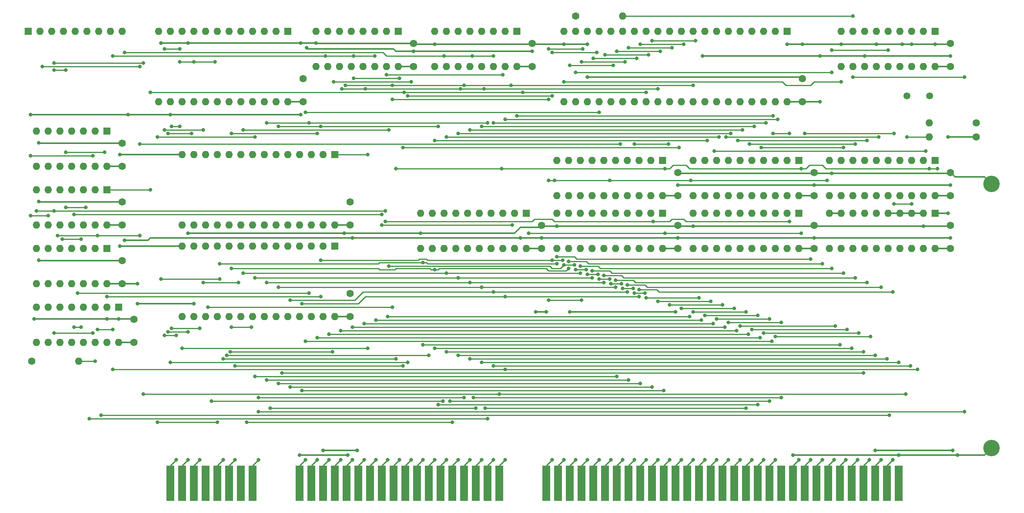
<source format=gbr>
G04 #@! TF.GenerationSoftware,KiCad,Pcbnew,(5.1.8)-1*
G04 #@! TF.CreationDate,2021-12-28T18:56:34-07:00*
G04 #@! TF.ProjectId,8086,38303836-2e6b-4696-9361-645f70636258,rev?*
G04 #@! TF.SameCoordinates,Original*
G04 #@! TF.FileFunction,Copper,L1,Top*
G04 #@! TF.FilePolarity,Positive*
%FSLAX46Y46*%
G04 Gerber Fmt 4.6, Leading zero omitted, Abs format (unit mm)*
G04 Created by KiCad (PCBNEW (5.1.8)-1) date 2021-12-28 18:56:34*
%MOMM*%
%LPD*%
G01*
G04 APERTURE LIST*
G04 #@! TA.AperFunction,ComponentPad*
%ADD10O,1.600000X1.600000*%
G04 #@! TD*
G04 #@! TA.AperFunction,ComponentPad*
%ADD11R,1.600000X1.600000*%
G04 #@! TD*
G04 #@! TA.AperFunction,ComponentPad*
%ADD12C,1.600000*%
G04 #@! TD*
G04 #@! TA.AperFunction,ConnectorPad*
%ADD13R,1.780000X7.620000*%
G04 #@! TD*
G04 #@! TA.AperFunction,ComponentPad*
%ADD14C,1.500000*%
G04 #@! TD*
G04 #@! TA.AperFunction,ComponentPad*
%ADD15C,3.556000*%
G04 #@! TD*
G04 #@! TA.AperFunction,ViaPad*
%ADD16C,0.800000*%
G04 #@! TD*
G04 #@! TA.AperFunction,Conductor*
%ADD17C,0.330200*%
G04 #@! TD*
G04 #@! TA.AperFunction,Conductor*
%ADD18C,0.250000*%
G04 #@! TD*
G04 APERTURE END LIST*
D10*
G04 #@! TO.P,RN1,9*
G04 #@! TO.N,/PU_257*
X54602380Y-37058600D03*
G04 #@! TO.P,RN1,8*
G04 #@! TO.N,/PU257*
X52062380Y-37058600D03*
G04 #@! TO.P,RN1,7*
G04 #@! TO.N,/IOCS16*
X49522380Y-37058600D03*
G04 #@! TO.P,RN1,6*
G04 #@! TO.N,/CS16*
X46982380Y-37058600D03*
G04 #@! TO.P,RN1,5*
G04 #@! TO.N,/DEN_NOT_NORMAL*
X44442380Y-37058600D03*
G04 #@! TO.P,RN1,4*
G04 #@! TO.N,/DEN_NORMAL*
X41902380Y-37058600D03*
G04 #@! TO.P,RN1,3*
G04 #@! TO.N,/MEMCS16*
X39362380Y-37058600D03*
G04 #@! TO.P,RN1,2*
G04 #@! TO.N,/DEN*
X36822380Y-37058600D03*
D11*
G04 #@! TO.P,RN1,1*
G04 #@! TO.N,/5+*
X34282380Y-37058600D03*
G04 #@! TD*
D10*
G04 #@! TO.P,U18,28*
G04 #@! TO.N,/5+*
X100576380Y-78968600D03*
G04 #@! TO.P,U18,14*
G04 #@! TO.N,/GND*
X67556380Y-63728600D03*
G04 #@! TO.P,U18,27*
G04 #@! TO.N,/A0*
X98036380Y-78968600D03*
G04 #@! TO.P,U18,13*
G04 #@! TO.N,/CAS1*
X70096380Y-63728600D03*
G04 #@! TO.P,U18,26*
G04 #@! TO.N,/INTA*
X95496380Y-78968600D03*
G04 #@! TO.P,U18,12*
G04 #@! TO.N,/CAS0*
X72636380Y-63728600D03*
G04 #@! TO.P,U18,25*
G04 #@! TO.N,/IRQ8*
X92956380Y-78968600D03*
G04 #@! TO.P,U18,11*
G04 #@! TO.N,/D0*
X75176380Y-63728600D03*
G04 #@! TO.P,U18,24*
G04 #@! TO.N,/IRQ9*
X90416380Y-78968600D03*
G04 #@! TO.P,U18,10*
G04 #@! TO.N,/D1*
X77716380Y-63728600D03*
G04 #@! TO.P,U18,23*
G04 #@! TO.N,/IRQ10*
X87876380Y-78968600D03*
G04 #@! TO.P,U18,9*
G04 #@! TO.N,/D2*
X80256380Y-63728600D03*
G04 #@! TO.P,U18,22*
G04 #@! TO.N,/IRQ11*
X85336380Y-78968600D03*
G04 #@! TO.P,U18,8*
G04 #@! TO.N,/D3*
X82796380Y-63728600D03*
G04 #@! TO.P,U18,21*
G04 #@! TO.N,/IRQ12*
X82796380Y-78968600D03*
G04 #@! TO.P,U18,7*
G04 #@! TO.N,/D4*
X85336380Y-63728600D03*
G04 #@! TO.P,U18,20*
G04 #@! TO.N,/IRQ13*
X80256380Y-78968600D03*
G04 #@! TO.P,U18,6*
G04 #@! TO.N,/D5*
X87876380Y-63728600D03*
G04 #@! TO.P,U18,19*
G04 #@! TO.N,/IRQ14*
X77716380Y-78968600D03*
G04 #@! TO.P,U18,5*
G04 #@! TO.N,/D6*
X90416380Y-63728600D03*
G04 #@! TO.P,U18,18*
G04 #@! TO.N,/IRQ15*
X75176380Y-78968600D03*
G04 #@! TO.P,U18,4*
G04 #@! TO.N,/D7*
X92956380Y-63728600D03*
G04 #@! TO.P,U18,17*
G04 #@! TO.N,/IRQ2*
X72636380Y-78968600D03*
G04 #@! TO.P,U18,3*
G04 #@! TO.N,/IORD*
X95496380Y-63728600D03*
G04 #@! TO.P,U18,16*
G04 #@! TO.N,/GND*
X70096380Y-78968600D03*
G04 #@! TO.P,U18,2*
G04 #@! TO.N,/IOWR*
X98036380Y-63728600D03*
G04 #@! TO.P,U18,15*
G04 #@! TO.N,/CAS2*
X67556380Y-78968600D03*
D11*
G04 #@! TO.P,U18,1*
G04 #@! TO.N,/IO_00AX*
X100576380Y-63728600D03*
G04 #@! TD*
D10*
G04 #@! TO.P,R10,2*
G04 #@! TO.N,/CS16_INTA*
X45204380Y-108432600D03*
D12*
G04 #@! TO.P,R10,1*
G04 #@! TO.N,/GND*
X35044380Y-108432600D03*
G04 #@! TD*
G04 #@! TO.P,C18,2*
G04 #@! TO.N,/5+*
X103878380Y-78968600D03*
G04 #@! TO.P,C18,1*
G04 #@! TO.N,/GND*
X103878380Y-73968600D03*
G04 #@! TD*
D13*
G04 #@! TO.P,J9,62*
G04 #@! TO.N,/A0*
X146296380Y-134848600D03*
G04 #@! TO.P,J9,61*
G04 #@! TO.N,/A1*
X148836380Y-134848600D03*
G04 #@! TO.P,J9,60*
G04 #@! TO.N,/A2*
X151376380Y-134848600D03*
G04 #@! TO.P,J9,59*
G04 #@! TO.N,/A3*
X153916380Y-134848600D03*
G04 #@! TO.P,J9,58*
G04 #@! TO.N,/A4*
X156456380Y-134848600D03*
G04 #@! TO.P,J9,57*
G04 #@! TO.N,/A5*
X158996380Y-134848600D03*
G04 #@! TO.P,J9,56*
G04 #@! TO.N,/A6*
X161536380Y-134848600D03*
G04 #@! TO.P,J9,55*
G04 #@! TO.N,/A7*
X164076380Y-134848600D03*
G04 #@! TO.P,J9,54*
G04 #@! TO.N,/A8*
X166616380Y-134848600D03*
G04 #@! TO.P,J9,53*
G04 #@! TO.N,/A9*
X169156380Y-134848600D03*
G04 #@! TO.P,J9,52*
G04 #@! TO.N,/A10*
X171696380Y-134848600D03*
G04 #@! TO.P,J9,51*
G04 #@! TO.N,/A11*
X174236380Y-134848600D03*
G04 #@! TO.P,J9,50*
G04 #@! TO.N,/A12*
X176776380Y-134848600D03*
G04 #@! TO.P,J9,49*
G04 #@! TO.N,/A13*
X179316380Y-134848600D03*
G04 #@! TO.P,J9,48*
G04 #@! TO.N,/A14*
X181856380Y-134848600D03*
G04 #@! TO.P,J9,47*
G04 #@! TO.N,/A15*
X184396380Y-134848600D03*
G04 #@! TO.P,J9,46*
G04 #@! TO.N,/A16*
X186936380Y-134848600D03*
G04 #@! TO.P,J9,45*
G04 #@! TO.N,/A17*
X189476380Y-134848600D03*
G04 #@! TO.P,J9,44*
G04 #@! TO.N,/A18*
X192016380Y-134848600D03*
G04 #@! TO.P,J9,43*
G04 #@! TO.N,/A19*
X194556380Y-134848600D03*
G04 #@! TO.P,J9,42*
G04 #@! TO.N,/AEN*
X197096380Y-134848600D03*
G04 #@! TO.P,J9,41*
G04 #@! TO.N,/RDY1*
X199636380Y-134848600D03*
G04 #@! TO.P,J9,40*
G04 #@! TO.N,/D0*
X202176380Y-134848600D03*
G04 #@! TO.P,J9,39*
G04 #@! TO.N,/D1*
X204716380Y-134848600D03*
G04 #@! TO.P,J9,38*
G04 #@! TO.N,/D2*
X207256380Y-134848600D03*
G04 #@! TO.P,J9,37*
G04 #@! TO.N,/D3*
X209796380Y-134848600D03*
G04 #@! TO.P,J9,36*
G04 #@! TO.N,/D4*
X212336380Y-134848600D03*
G04 #@! TO.P,J9,35*
G04 #@! TO.N,/D5*
X214876380Y-134848600D03*
G04 #@! TO.P,J9,34*
G04 #@! TO.N,/D6*
X217416380Y-134848600D03*
G04 #@! TO.P,J9,33*
G04 #@! TO.N,/D7*
X219956380Y-134848600D03*
G04 #@! TO.P,J9,32*
G04 #@! TO.N,/CH_CK*
X222496380Y-134848600D03*
G04 #@! TD*
D10*
G04 #@! TO.P,R4,2*
G04 #@! TO.N,/X1*
X229100380Y-56870600D03*
D12*
G04 #@! TO.P,R4,1*
G04 #@! TO.N,/GND*
X239260380Y-56870600D03*
G04 #@! TD*
D10*
G04 #@! TO.P,R3,2*
G04 #@! TO.N,/X2*
X229100380Y-59918600D03*
D12*
G04 #@! TO.P,R3,1*
G04 #@! TO.N,/GND*
X239260380Y-59918600D03*
G04 #@! TD*
D10*
G04 #@! TO.P,R2,2*
G04 #@! TO.N,/CLK1*
X162806380Y-33756600D03*
D12*
G04 #@! TO.P,R2,1*
G04 #@! TO.N,/CLK_86*
X152646380Y-33756600D03*
G04 #@! TD*
D10*
G04 #@! TO.P,U2,20*
G04 #@! TO.N,/5+*
X171442380Y-72618600D03*
G04 #@! TO.P,U2,10*
G04 #@! TO.N,/GND*
X148582380Y-64998600D03*
G04 #@! TO.P,U2,19*
G04 #@! TO.N,/A7*
X168902380Y-72618600D03*
G04 #@! TO.P,U2,9*
G04 #@! TO.N,/AD0*
X151122380Y-64998600D03*
G04 #@! TO.P,U2,18*
G04 #@! TO.N,/A6*
X166362380Y-72618600D03*
G04 #@! TO.P,U2,8*
G04 #@! TO.N,/AD1*
X153662380Y-64998600D03*
G04 #@! TO.P,U2,17*
G04 #@! TO.N,/A5*
X163822380Y-72618600D03*
G04 #@! TO.P,U2,7*
G04 #@! TO.N,/AD2*
X156202380Y-64998600D03*
G04 #@! TO.P,U2,16*
G04 #@! TO.N,/A4*
X161282380Y-72618600D03*
G04 #@! TO.P,U2,6*
G04 #@! TO.N,/AD3*
X158742380Y-64998600D03*
G04 #@! TO.P,U2,15*
G04 #@! TO.N,/A3*
X158742380Y-72618600D03*
G04 #@! TO.P,U2,5*
G04 #@! TO.N,/AD4*
X161282380Y-64998600D03*
G04 #@! TO.P,U2,14*
G04 #@! TO.N,/A2*
X156202380Y-72618600D03*
G04 #@! TO.P,U2,4*
G04 #@! TO.N,/AD5*
X163822380Y-64998600D03*
G04 #@! TO.P,U2,13*
G04 #@! TO.N,/A1*
X153662380Y-72618600D03*
G04 #@! TO.P,U2,3*
G04 #@! TO.N,/AD6*
X166362380Y-64998600D03*
G04 #@! TO.P,U2,12*
G04 #@! TO.N,/A0*
X151122380Y-72618600D03*
G04 #@! TO.P,U2,2*
G04 #@! TO.N,/AD7*
X168902380Y-64998600D03*
G04 #@! TO.P,U2,11*
G04 #@! TO.N,/ALE*
X148582380Y-72618600D03*
D11*
G04 #@! TO.P,U2,1*
G04 #@! TO.N,/HOLDA*
X171442380Y-64998600D03*
G04 #@! TD*
D14*
G04 #@! TO.P,Y1,2*
G04 #@! TO.N,/X1*
X229174380Y-51028600D03*
G04 #@! TO.P,Y1,1*
G04 #@! TO.N,/X2*
X224274380Y-51028600D03*
G04 #@! TD*
D10*
G04 #@! TO.P,U17,14*
G04 #@! TO.N,/5+*
X51300380Y-66268600D03*
G04 #@! TO.P,U17,7*
G04 #@! TO.N,/GND*
X36060380Y-58648600D03*
G04 #@! TO.P,U17,13*
G04 #@! TO.N,N/C*
X48760380Y-66268600D03*
G04 #@! TO.P,U17,6*
X38600380Y-58648600D03*
G04 #@! TO.P,U17,12*
X46220380Y-66268600D03*
G04 #@! TO.P,U17,5*
X41140380Y-58648600D03*
G04 #@! TO.P,U17,11*
X43680380Y-66268600D03*
G04 #@! TO.P,U17,4*
X43680380Y-58648600D03*
G04 #@! TO.P,U17,10*
X41140380Y-66268600D03*
G04 #@! TO.P,U17,3*
X46220380Y-58648600D03*
G04 #@! TO.P,U17,9*
X38600380Y-66268600D03*
G04 #@! TO.P,U17,2*
G04 #@! TO.N,/ODD_ODD_EVEN__EVEN_245*
X48760380Y-58648600D03*
G04 #@! TO.P,U17,8*
G04 #@! TO.N,N/C*
X36060380Y-66268600D03*
D11*
G04 #@! TO.P,U17,1*
G04 #@! TO.N,/ODD_BYTE_EVEN_245*
X51300380Y-58648600D03*
G04 #@! TD*
D10*
G04 #@! TO.P,U16,16*
G04 #@! TO.N,/5+*
X53840380Y-104368600D03*
G04 #@! TO.P,U16,8*
G04 #@! TO.N,/GND*
X36060380Y-96748600D03*
G04 #@! TO.P,U16,15*
X51300380Y-104368600D03*
G04 #@! TO.P,U16,7*
G04 #@! TO.N,Net-(U16-Pad7)*
X38600380Y-96748600D03*
G04 #@! TO.P,U16,14*
G04 #@! TO.N,/CS16_INTA*
X48760380Y-104368600D03*
G04 #@! TO.P,U16,6*
G04 #@! TO.N,Net-(U16-Pad6)*
X41140380Y-96748600D03*
G04 #@! TO.P,U16,13*
G04 #@! TO.N,/ODD_8_BYTE*
X46220380Y-104368600D03*
G04 #@! TO.P,U16,5*
X43680380Y-96748600D03*
G04 #@! TO.P,U16,12*
G04 #@! TO.N,Net-(U16-Pad12)*
X43680380Y-104368600D03*
G04 #@! TO.P,U16,4*
G04 #@! TO.N,Net-(U16-Pad4)*
X46220380Y-96748600D03*
G04 #@! TO.P,U16,11*
G04 #@! TO.N,/ODD_BYTE_EVEN_245*
X41140380Y-104368600D03*
G04 #@! TO.P,U16,3*
G04 #@! TO.N,/BHE*
X48760380Y-96748600D03*
G04 #@! TO.P,U16,10*
G04 #@! TO.N,Net-(U16-Pad10)*
X38600380Y-104368600D03*
G04 #@! TO.P,U16,2*
G04 #@! TO.N,/A0*
X51300380Y-96748600D03*
G04 #@! TO.P,U16,9*
G04 #@! TO.N,Net-(U16-Pad9)*
X36060380Y-104368600D03*
D11*
G04 #@! TO.P,U16,1*
G04 #@! TO.N,/GND*
X53840380Y-96748600D03*
G04 #@! TD*
D10*
G04 #@! TO.P,U15,14*
G04 #@! TO.N,/5+*
X51300380Y-91668600D03*
G04 #@! TO.P,U15,7*
G04 #@! TO.N,/GND*
X36060380Y-84048600D03*
G04 #@! TO.P,U15,13*
G04 #@! TO.N,N/C*
X48760380Y-91668600D03*
G04 #@! TO.P,U15,6*
G04 #@! TO.N,/CS16_INTA*
X38600380Y-84048600D03*
G04 #@! TO.P,U15,12*
G04 #@! TO.N,N/C*
X46220380Y-91668600D03*
G04 #@! TO.P,U15,5*
G04 #@! TO.N,/CS16*
X41140380Y-84048600D03*
G04 #@! TO.P,U15,11*
G04 #@! TO.N,N/C*
X43680380Y-91668600D03*
G04 #@! TO.P,U15,4*
G04 #@! TO.N,/INTA*
X43680380Y-84048600D03*
G04 #@! TO.P,U15,10*
G04 #@! TO.N,N/C*
X41140380Y-91668600D03*
G04 #@! TO.P,U15,3*
G04 #@! TO.N,/CS16*
X46220380Y-84048600D03*
G04 #@! TO.P,U15,9*
G04 #@! TO.N,N/C*
X38600380Y-91668600D03*
G04 #@! TO.P,U15,2*
G04 #@! TO.N,/LACHED_MEMCS16*
X48760380Y-84048600D03*
G04 #@! TO.P,U15,8*
G04 #@! TO.N,N/C*
X36060380Y-91668600D03*
D11*
G04 #@! TO.P,U15,1*
G04 #@! TO.N,/IO_M*
X51300380Y-84048600D03*
G04 #@! TD*
D10*
G04 #@! TO.P,U14,20*
G04 #@! TO.N,/5+*
X200906380Y-72618600D03*
G04 #@! TO.P,U14,10*
G04 #@! TO.N,/GND*
X178046380Y-64998600D03*
G04 #@! TO.P,U14,19*
G04 #@! TO.N,/A15*
X198366380Y-72618600D03*
G04 #@! TO.P,U14,9*
G04 #@! TO.N,/AD8*
X180586380Y-64998600D03*
G04 #@! TO.P,U14,18*
G04 #@! TO.N,/A14*
X195826380Y-72618600D03*
G04 #@! TO.P,U14,8*
G04 #@! TO.N,/AD9*
X183126380Y-64998600D03*
G04 #@! TO.P,U14,17*
G04 #@! TO.N,/A13*
X193286380Y-72618600D03*
G04 #@! TO.P,U14,7*
G04 #@! TO.N,/AD10*
X185666380Y-64998600D03*
G04 #@! TO.P,U14,16*
G04 #@! TO.N,/A12*
X190746380Y-72618600D03*
G04 #@! TO.P,U14,6*
G04 #@! TO.N,/AD11*
X188206380Y-64998600D03*
G04 #@! TO.P,U14,15*
G04 #@! TO.N,/A11*
X188206380Y-72618600D03*
G04 #@! TO.P,U14,5*
G04 #@! TO.N,/AD12*
X190746380Y-64998600D03*
G04 #@! TO.P,U14,14*
G04 #@! TO.N,/A10*
X185666380Y-72618600D03*
G04 #@! TO.P,U14,4*
G04 #@! TO.N,/AD13*
X193286380Y-64998600D03*
G04 #@! TO.P,U14,13*
G04 #@! TO.N,/A9*
X183126380Y-72618600D03*
G04 #@! TO.P,U14,3*
G04 #@! TO.N,/AD14*
X195826380Y-64998600D03*
G04 #@! TO.P,U14,12*
G04 #@! TO.N,/A8*
X180586380Y-72618600D03*
G04 #@! TO.P,U14,2*
G04 #@! TO.N,/AD15*
X198366380Y-64998600D03*
G04 #@! TO.P,U14,11*
G04 #@! TO.N,/ALE*
X178046380Y-72618600D03*
D11*
G04 #@! TO.P,U14,1*
G04 #@! TO.N,/HOLDA*
X200906380Y-64998600D03*
G04 #@! TD*
D10*
G04 #@! TO.P,U13,14*
G04 #@! TO.N,/5+*
X51300380Y-78968600D03*
G04 #@! TO.P,U13,7*
G04 #@! TO.N,/GND*
X36060380Y-71348600D03*
G04 #@! TO.P,U13,13*
G04 #@! TO.N,/DEN*
X48760380Y-78968600D03*
G04 #@! TO.P,U13,6*
G04 #@! TO.N,N/C*
X38600380Y-71348600D03*
G04 #@! TO.P,U13,12*
G04 #@! TO.N,/ODD_BYTE_EVEN_245*
X46220380Y-78968600D03*
G04 #@! TO.P,U13,5*
G04 #@! TO.N,N/C*
X41140380Y-71348600D03*
G04 #@! TO.P,U13,11*
G04 #@! TO.N,/DEN_NOT_NORMAL*
X43680380Y-78968600D03*
G04 #@! TO.P,U13,4*
G04 #@! TO.N,N/C*
X43680380Y-71348600D03*
G04 #@! TO.P,U13,10*
G04 #@! TO.N,/DEN*
X41140380Y-78968600D03*
G04 #@! TO.P,U13,3*
G04 #@! TO.N,/CS16*
X46220380Y-71348600D03*
G04 #@! TO.P,U13,9*
G04 #@! TO.N,/ODD_ODD_EVEN__EVEN_245*
X38600380Y-78968600D03*
G04 #@! TO.P,U13,2*
G04 #@! TO.N,/IOCS16*
X48760380Y-71348600D03*
G04 #@! TO.P,U13,8*
G04 #@! TO.N,/DEN_NORMAL*
X36060380Y-78968600D03*
D11*
G04 #@! TO.P,U13,1*
G04 #@! TO.N,/IO_M*
X51300380Y-71348600D03*
G04 #@! TD*
D10*
G04 #@! TO.P,U12,20*
G04 #@! TO.N,/5+*
X230370380Y-84048600D03*
G04 #@! TO.P,U12,10*
G04 #@! TO.N,/GND*
X207510380Y-76428600D03*
G04 #@! TO.P,U12,19*
G04 #@! TO.N,/HOLDA*
X227830380Y-84048600D03*
G04 #@! TO.P,U12,9*
G04 #@! TO.N,/GND*
X210050380Y-76428600D03*
G04 #@! TO.P,U12,18*
G04 #@! TO.N,/LA23*
X225290380Y-84048600D03*
G04 #@! TO.P,U12,8*
G04 #@! TO.N,/A17_*
X212590380Y-76428600D03*
G04 #@! TO.P,U12,17*
G04 #@! TO.N,/LA22*
X222750380Y-84048600D03*
G04 #@! TO.P,U12,7*
G04 #@! TO.N,/A18_*
X215130380Y-76428600D03*
G04 #@! TO.P,U12,16*
G04 #@! TO.N,/LA21*
X220210380Y-84048600D03*
G04 #@! TO.P,U12,6*
G04 #@! TO.N,/A19_*
X217670380Y-76428600D03*
G04 #@! TO.P,U12,15*
G04 #@! TO.N,/LA20*
X217670380Y-84048600D03*
G04 #@! TO.P,U12,5*
G04 #@! TO.N,/GND*
X220210380Y-76428600D03*
G04 #@! TO.P,U12,14*
G04 #@! TO.N,/LA19*
X215130380Y-84048600D03*
G04 #@! TO.P,U12,4*
G04 #@! TO.N,/GND*
X222750380Y-76428600D03*
G04 #@! TO.P,U12,13*
G04 #@! TO.N,/LA18*
X212590380Y-84048600D03*
G04 #@! TO.P,U12,3*
G04 #@! TO.N,/GND*
X225290380Y-76428600D03*
G04 #@! TO.P,U12,12*
G04 #@! TO.N,/LA17*
X210050380Y-84048600D03*
G04 #@! TO.P,U12,2*
G04 #@! TO.N,/GND*
X227830380Y-76428600D03*
G04 #@! TO.P,U12,11*
G04 #@! TO.N,Net-(U12-Pad11)*
X207510380Y-84048600D03*
D11*
G04 #@! TO.P,U12,1*
G04 #@! TO.N,/5+*
X230370380Y-76428600D03*
G04 #@! TD*
D10*
G04 #@! TO.P,U11,20*
G04 #@! TO.N,/5+*
X200906380Y-84048600D03*
G04 #@! TO.P,U11,10*
G04 #@! TO.N,/GND*
X178046380Y-76428600D03*
G04 #@! TO.P,U11,19*
G04 #@! TO.N,/DEN_NORMAL*
X198366380Y-84048600D03*
G04 #@! TO.P,U11,9*
G04 #@! TO.N,/AD8*
X180586380Y-76428600D03*
G04 #@! TO.P,U11,18*
G04 #@! TO.N,/D15*
X195826380Y-84048600D03*
G04 #@! TO.P,U11,8*
G04 #@! TO.N,/AD9*
X183126380Y-76428600D03*
G04 #@! TO.P,U11,17*
G04 #@! TO.N,/D14*
X193286380Y-84048600D03*
G04 #@! TO.P,U11,7*
G04 #@! TO.N,/AD10*
X185666380Y-76428600D03*
G04 #@! TO.P,U11,16*
G04 #@! TO.N,/D13*
X190746380Y-84048600D03*
G04 #@! TO.P,U11,6*
G04 #@! TO.N,/AD11*
X188206380Y-76428600D03*
G04 #@! TO.P,U11,15*
G04 #@! TO.N,/D12*
X188206380Y-84048600D03*
G04 #@! TO.P,U11,5*
G04 #@! TO.N,/AD12*
X190746380Y-76428600D03*
G04 #@! TO.P,U11,14*
G04 #@! TO.N,/D11*
X185666380Y-84048600D03*
G04 #@! TO.P,U11,4*
G04 #@! TO.N,/AD13*
X193286380Y-76428600D03*
G04 #@! TO.P,U11,13*
G04 #@! TO.N,/D10*
X183126380Y-84048600D03*
G04 #@! TO.P,U11,3*
G04 #@! TO.N,/AD14*
X195826380Y-76428600D03*
G04 #@! TO.P,U11,12*
G04 #@! TO.N,/D9*
X180586380Y-84048600D03*
G04 #@! TO.P,U11,2*
G04 #@! TO.N,/AD15*
X198366380Y-76428600D03*
G04 #@! TO.P,U11,11*
G04 #@! TO.N,/D8*
X178046380Y-84048600D03*
D11*
G04 #@! TO.P,U11,1*
G04 #@! TO.N,/DTR*
X200906380Y-76428600D03*
G04 #@! TD*
D10*
G04 #@! TO.P,U10,16*
G04 #@! TO.N,/5+*
X114292380Y-44678600D03*
G04 #@! TO.P,U10,8*
G04 #@! TO.N,/GND*
X96512380Y-37058600D03*
G04 #@! TO.P,U10,15*
G04 #@! TO.N,/HOLDA*
X111752380Y-44678600D03*
G04 #@! TO.P,U10,7*
G04 #@! TO.N,/MEMR*
X99052380Y-37058600D03*
G04 #@! TO.P,U10,14*
G04 #@! TO.N,/PU257*
X109212380Y-44678600D03*
G04 #@! TO.P,U10,6*
G04 #@! TO.N,/RD*
X101592380Y-37058600D03*
G04 #@! TO.P,U10,13*
G04 #@! TO.N,/WR*
X106672380Y-44678600D03*
G04 #@! TO.P,U10,5*
G04 #@! TO.N,/PU257*
X104132380Y-37058600D03*
G04 #@! TO.P,U10,12*
G04 #@! TO.N,/MEMW*
X104132380Y-44678600D03*
G04 #@! TO.P,U10,4*
G04 #@! TO.N,Net-(U10-Pad4)*
X106672380Y-37058600D03*
G04 #@! TO.P,U10,11*
G04 #@! TO.N,/WR*
X101592380Y-44678600D03*
G04 #@! TO.P,U10,3*
G04 #@! TO.N,/PU257*
X109212380Y-37058600D03*
G04 #@! TO.P,U10,10*
X99052380Y-44678600D03*
G04 #@! TO.P,U10,2*
G04 #@! TO.N,/RD*
X111752380Y-37058600D03*
G04 #@! TO.P,U10,9*
G04 #@! TO.N,Net-(U10-Pad9)*
X96512380Y-44678600D03*
D11*
G04 #@! TO.P,U10,1*
G04 #@! TO.N,/IO_M*
X114292380Y-37058600D03*
G04 #@! TD*
D10*
G04 #@! TO.P,U9,20*
G04 #@! TO.N,/5+*
X141978380Y-84048600D03*
G04 #@! TO.P,U9,10*
G04 #@! TO.N,/GND*
X119118380Y-76428600D03*
G04 #@! TO.P,U9,19*
G04 #@! TO.N,/DEN_NOT_NORMAL*
X139438380Y-84048600D03*
G04 #@! TO.P,U9,9*
G04 #@! TO.N,/AD8*
X121658380Y-76428600D03*
G04 #@! TO.P,U9,18*
G04 #@! TO.N,/D7*
X136898380Y-84048600D03*
G04 #@! TO.P,U9,8*
G04 #@! TO.N,/AD9*
X124198380Y-76428600D03*
G04 #@! TO.P,U9,17*
G04 #@! TO.N,/D6*
X134358380Y-84048600D03*
G04 #@! TO.P,U9,7*
G04 #@! TO.N,/AD10*
X126738380Y-76428600D03*
G04 #@! TO.P,U9,16*
G04 #@! TO.N,/D5*
X131818380Y-84048600D03*
G04 #@! TO.P,U9,6*
G04 #@! TO.N,/AD11*
X129278380Y-76428600D03*
G04 #@! TO.P,U9,15*
G04 #@! TO.N,/D4*
X129278380Y-84048600D03*
G04 #@! TO.P,U9,5*
G04 #@! TO.N,/AD12*
X131818380Y-76428600D03*
G04 #@! TO.P,U9,14*
G04 #@! TO.N,/D3*
X126738380Y-84048600D03*
G04 #@! TO.P,U9,4*
G04 #@! TO.N,/AD13*
X134358380Y-76428600D03*
G04 #@! TO.P,U9,13*
G04 #@! TO.N,/D2*
X124198380Y-84048600D03*
G04 #@! TO.P,U9,3*
G04 #@! TO.N,/AD14*
X136898380Y-76428600D03*
G04 #@! TO.P,U9,12*
G04 #@! TO.N,/D1*
X121658380Y-84048600D03*
G04 #@! TO.P,U9,2*
G04 #@! TO.N,/AD15*
X139438380Y-76428600D03*
G04 #@! TO.P,U9,11*
G04 #@! TO.N,/D0*
X119118380Y-84048600D03*
D11*
G04 #@! TO.P,U9,1*
G04 #@! TO.N,/DTR*
X141978380Y-76428600D03*
G04 #@! TD*
D10*
G04 #@! TO.P,U8,16*
G04 #@! TO.N,/5+*
X139946380Y-44678600D03*
G04 #@! TO.P,U8,8*
G04 #@! TO.N,/GND*
X122166380Y-37058600D03*
G04 #@! TO.P,U8,15*
G04 #@! TO.N,/HOLDA*
X137406380Y-44678600D03*
G04 #@! TO.P,U8,7*
G04 #@! TO.N,/SMRD*
X124706380Y-37058600D03*
G04 #@! TO.P,U8,14*
G04 #@! TO.N,/PU_257*
X134866380Y-44678600D03*
G04 #@! TO.P,U8,6*
G04 #@! TO.N,/RD*
X127246380Y-37058600D03*
G04 #@! TO.P,U8,13*
G04 #@! TO.N,/WR*
X132326380Y-44678600D03*
G04 #@! TO.P,U8,5*
G04 #@! TO.N,/PU_257*
X129786380Y-37058600D03*
G04 #@! TO.P,U8,12*
G04 #@! TO.N,/SMWR*
X129786380Y-44678600D03*
G04 #@! TO.P,U8,4*
G04 #@! TO.N,/IORD*
X132326380Y-37058600D03*
G04 #@! TO.P,U8,11*
G04 #@! TO.N,/WR*
X127246380Y-44678600D03*
G04 #@! TO.P,U8,3*
G04 #@! TO.N,/PU_257*
X134866380Y-37058600D03*
G04 #@! TO.P,U8,10*
X124706380Y-44678600D03*
G04 #@! TO.P,U8,2*
G04 #@! TO.N,/RD*
X137406380Y-37058600D03*
G04 #@! TO.P,U8,9*
G04 #@! TO.N,/IOWR*
X122166380Y-44678600D03*
D11*
G04 #@! TO.P,U8,1*
G04 #@! TO.N,/IO_M*
X139946380Y-37058600D03*
G04 #@! TD*
D10*
G04 #@! TO.P,U7,24*
G04 #@! TO.N,/5+*
X90416380Y-52298600D03*
G04 #@! TO.P,U7,12*
G04 #@! TO.N,/GND*
X62476380Y-37058600D03*
G04 #@! TO.P,U7,23*
G04 #@! TO.N,/IOWR*
X87876380Y-52298600D03*
G04 #@! TO.P,U7,11*
G04 #@! TO.N,/5+*
X65016380Y-37058600D03*
G04 #@! TO.P,U7,22*
G04 #@! TO.N,/IORD*
X85336380Y-52298600D03*
G04 #@! TO.P,U7,10*
G04 #@! TO.N,/IRQ0*
X67556380Y-37058600D03*
G04 #@! TO.P,U7,21*
G04 #@! TO.N,/IO_004X*
X82796380Y-52298600D03*
G04 #@! TO.P,U7,9*
G04 #@! TO.N,/HF_PCLK*
X70096380Y-37058600D03*
G04 #@! TO.P,U7,20*
G04 #@! TO.N,/A1*
X80256380Y-52298600D03*
G04 #@! TO.P,U7,8*
G04 #@! TO.N,/D0*
X72636380Y-37058600D03*
G04 #@! TO.P,U7,19*
G04 #@! TO.N,/A0*
X77716380Y-52298600D03*
G04 #@! TO.P,U7,7*
G04 #@! TO.N,/D1*
X75176380Y-37058600D03*
G04 #@! TO.P,U7,18*
G04 #@! TO.N,/HF_PCLK*
X75176380Y-52298600D03*
G04 #@! TO.P,U7,6*
G04 #@! TO.N,/D2*
X77716380Y-37058600D03*
G04 #@! TO.P,U7,17*
G04 #@! TO.N,/SPK_OUT*
X72636380Y-52298600D03*
G04 #@! TO.P,U7,5*
G04 #@! TO.N,/D3*
X80256380Y-37058600D03*
G04 #@! TO.P,U7,16*
G04 #@! TO.N,/SPK_GO*
X70096380Y-52298600D03*
G04 #@! TO.P,U7,4*
G04 #@! TO.N,/D4*
X82796380Y-37058600D03*
G04 #@! TO.P,U7,15*
G04 #@! TO.N,/HF_PCLK*
X67556380Y-52298600D03*
G04 #@! TO.P,U7,3*
G04 #@! TO.N,/D5*
X85336380Y-37058600D03*
G04 #@! TO.P,U7,14*
G04 #@! TO.N,/5+*
X65016380Y-52298600D03*
G04 #@! TO.P,U7,2*
G04 #@! TO.N,/D6*
X87876380Y-37058600D03*
G04 #@! TO.P,U7,13*
G04 #@! TO.N,Net-(U7-Pad13)*
X62476380Y-52298600D03*
D11*
G04 #@! TO.P,U7,1*
G04 #@! TO.N,/D7*
X90416380Y-37058600D03*
G04 #@! TD*
D10*
G04 #@! TO.P,U6,28*
G04 #@! TO.N,/5+*
X100576380Y-98780600D03*
G04 #@! TO.P,U6,14*
G04 #@! TO.N,/GND*
X67556380Y-83540600D03*
G04 #@! TO.P,U6,27*
G04 #@! TO.N,/A0*
X98036380Y-98780600D03*
G04 #@! TO.P,U6,13*
G04 #@! TO.N,/CAS1*
X70096380Y-83540600D03*
G04 #@! TO.P,U6,26*
G04 #@! TO.N,/INTA*
X95496380Y-98780600D03*
G04 #@! TO.P,U6,12*
G04 #@! TO.N,/CAS0*
X72636380Y-83540600D03*
G04 #@! TO.P,U6,25*
G04 #@! TO.N,/IRQ7*
X92956380Y-98780600D03*
G04 #@! TO.P,U6,11*
G04 #@! TO.N,/D0*
X75176380Y-83540600D03*
G04 #@! TO.P,U6,24*
G04 #@! TO.N,/IRQ6*
X90416380Y-98780600D03*
G04 #@! TO.P,U6,10*
G04 #@! TO.N,/D1*
X77716380Y-83540600D03*
G04 #@! TO.P,U6,23*
G04 #@! TO.N,/IRQ5*
X87876380Y-98780600D03*
G04 #@! TO.P,U6,9*
G04 #@! TO.N,/D2*
X80256380Y-83540600D03*
G04 #@! TO.P,U6,22*
G04 #@! TO.N,/IRQ4*
X85336380Y-98780600D03*
G04 #@! TO.P,U6,8*
G04 #@! TO.N,/D3*
X82796380Y-83540600D03*
G04 #@! TO.P,U6,21*
G04 #@! TO.N,/IRQ3*
X82796380Y-98780600D03*
G04 #@! TO.P,U6,7*
G04 #@! TO.N,/D4*
X85336380Y-83540600D03*
G04 #@! TO.P,U6,20*
G04 #@! TO.N,/IRQ2*
X80256380Y-98780600D03*
G04 #@! TO.P,U6,6*
G04 #@! TO.N,/D5*
X87876380Y-83540600D03*
G04 #@! TO.P,U6,19*
G04 #@! TO.N,/IRQ1*
X77716380Y-98780600D03*
G04 #@! TO.P,U6,5*
G04 #@! TO.N,/D6*
X90416380Y-83540600D03*
G04 #@! TO.P,U6,18*
G04 #@! TO.N,/IRQ0*
X75176380Y-98780600D03*
G04 #@! TO.P,U6,4*
G04 #@! TO.N,/D7*
X92956380Y-83540600D03*
G04 #@! TO.P,U6,17*
G04 #@! TO.N,/INTR*
X72636380Y-98780600D03*
G04 #@! TO.P,U6,3*
G04 #@! TO.N,/IORD*
X95496380Y-83540600D03*
G04 #@! TO.P,U6,16*
G04 #@! TO.N,/5+*
X70096380Y-98780600D03*
G04 #@! TO.P,U6,2*
G04 #@! TO.N,/IOWR*
X98036380Y-83540600D03*
G04 #@! TO.P,U6,15*
G04 #@! TO.N,/CAS2*
X67556380Y-98780600D03*
D11*
G04 #@! TO.P,U6,1*
G04 #@! TO.N,/IO_002X*
X100576380Y-83540600D03*
G04 #@! TD*
D10*
G04 #@! TO.P,U5,40*
G04 #@! TO.N,/5+*
X198366380Y-52298600D03*
G04 #@! TO.P,U5,20*
G04 #@! TO.N,/GND*
X150106380Y-37058600D03*
G04 #@! TO.P,U5,39*
G04 #@! TO.N,/AD15*
X195826380Y-52298600D03*
G04 #@! TO.P,U5,19*
G04 #@! TO.N,/CLK_86*
X152646380Y-37058600D03*
G04 #@! TO.P,U5,38*
G04 #@! TO.N,/A16_*
X193286380Y-52298600D03*
G04 #@! TO.P,U5,18*
G04 #@! TO.N,/INTR*
X155186380Y-37058600D03*
G04 #@! TO.P,U5,37*
G04 #@! TO.N,/A17_*
X190746380Y-52298600D03*
G04 #@! TO.P,U5,17*
G04 #@! TO.N,/NMI*
X157726380Y-37058600D03*
G04 #@! TO.P,U5,36*
G04 #@! TO.N,/A18_*
X188206380Y-52298600D03*
G04 #@! TO.P,U5,16*
G04 #@! TO.N,/AD0*
X160266380Y-37058600D03*
G04 #@! TO.P,U5,35*
G04 #@! TO.N,/A19_*
X185666380Y-52298600D03*
G04 #@! TO.P,U5,15*
G04 #@! TO.N,/AD1*
X162806380Y-37058600D03*
G04 #@! TO.P,U5,34*
G04 #@! TO.N,/BHE_*
X183126380Y-52298600D03*
G04 #@! TO.P,U5,14*
G04 #@! TO.N,/AD2*
X165346380Y-37058600D03*
G04 #@! TO.P,U5,33*
G04 #@! TO.N,/5+*
X180586380Y-52298600D03*
G04 #@! TO.P,U5,13*
G04 #@! TO.N,/AD3*
X167886380Y-37058600D03*
G04 #@! TO.P,U5,32*
G04 #@! TO.N,/RD*
X178046380Y-52298600D03*
G04 #@! TO.P,U5,12*
G04 #@! TO.N,/AD4*
X170426380Y-37058600D03*
G04 #@! TO.P,U5,31*
G04 #@! TO.N,/HOLD*
X175506380Y-52298600D03*
G04 #@! TO.P,U5,11*
G04 #@! TO.N,/AD5*
X172966380Y-37058600D03*
G04 #@! TO.P,U5,30*
G04 #@! TO.N,/HOLDA*
X172966380Y-52298600D03*
G04 #@! TO.P,U5,10*
G04 #@! TO.N,/AD6*
X175506380Y-37058600D03*
G04 #@! TO.P,U5,29*
G04 #@! TO.N,/WR*
X170426380Y-52298600D03*
G04 #@! TO.P,U5,9*
G04 #@! TO.N,/AD7*
X178046380Y-37058600D03*
G04 #@! TO.P,U5,28*
G04 #@! TO.N,/IO_M*
X167886380Y-52298600D03*
G04 #@! TO.P,U5,8*
G04 #@! TO.N,/AD8*
X180586380Y-37058600D03*
G04 #@! TO.P,U5,27*
G04 #@! TO.N,/DTR*
X165346380Y-52298600D03*
G04 #@! TO.P,U5,7*
G04 #@! TO.N,/AD9*
X183126380Y-37058600D03*
G04 #@! TO.P,U5,26*
G04 #@! TO.N,/DEN*
X162806380Y-52298600D03*
G04 #@! TO.P,U5,6*
G04 #@! TO.N,/AD10*
X185666380Y-37058600D03*
G04 #@! TO.P,U5,25*
G04 #@! TO.N,/ALE*
X160266380Y-52298600D03*
G04 #@! TO.P,U5,5*
G04 #@! TO.N,/AD11*
X188206380Y-37058600D03*
G04 #@! TO.P,U5,24*
G04 #@! TO.N,/INTA*
X157726380Y-52298600D03*
G04 #@! TO.P,U5,4*
G04 #@! TO.N,/AD12*
X190746380Y-37058600D03*
G04 #@! TO.P,U5,23*
G04 #@! TO.N,/GND*
X155186380Y-52298600D03*
G04 #@! TO.P,U5,3*
G04 #@! TO.N,/AD13*
X193286380Y-37058600D03*
G04 #@! TO.P,U5,22*
G04 #@! TO.N,/READY1*
X152646380Y-52298600D03*
G04 #@! TO.P,U5,2*
G04 #@! TO.N,/AD14*
X195826380Y-37058600D03*
G04 #@! TO.P,U5,21*
G04 #@! TO.N,/RESET1*
X150106380Y-52298600D03*
D11*
G04 #@! TO.P,U5,1*
G04 #@! TO.N,/GND*
X198366380Y-37058600D03*
G04 #@! TD*
D10*
G04 #@! TO.P,U4,20*
G04 #@! TO.N,/5+*
X171442380Y-84048600D03*
G04 #@! TO.P,U4,10*
G04 #@! TO.N,/GND*
X148582380Y-76428600D03*
G04 #@! TO.P,U4,19*
G04 #@! TO.N,/DEN_NORMAL*
X168902380Y-84048600D03*
G04 #@! TO.P,U4,9*
G04 #@! TO.N,/AD0*
X151122380Y-76428600D03*
G04 #@! TO.P,U4,18*
G04 #@! TO.N,/D7*
X166362380Y-84048600D03*
G04 #@! TO.P,U4,8*
G04 #@! TO.N,/AD1*
X153662380Y-76428600D03*
G04 #@! TO.P,U4,17*
G04 #@! TO.N,/D6*
X163822380Y-84048600D03*
G04 #@! TO.P,U4,7*
G04 #@! TO.N,/AD2*
X156202380Y-76428600D03*
G04 #@! TO.P,U4,16*
G04 #@! TO.N,/D5*
X161282380Y-84048600D03*
G04 #@! TO.P,U4,6*
G04 #@! TO.N,/AD3*
X158742380Y-76428600D03*
G04 #@! TO.P,U4,15*
G04 #@! TO.N,/D4*
X158742380Y-84048600D03*
G04 #@! TO.P,U4,5*
G04 #@! TO.N,/AD4*
X161282380Y-76428600D03*
G04 #@! TO.P,U4,14*
G04 #@! TO.N,/D3*
X156202380Y-84048600D03*
G04 #@! TO.P,U4,4*
G04 #@! TO.N,/AD5*
X163822380Y-76428600D03*
G04 #@! TO.P,U4,13*
G04 #@! TO.N,/D2*
X153662380Y-84048600D03*
G04 #@! TO.P,U4,3*
G04 #@! TO.N,/AD6*
X166362380Y-76428600D03*
G04 #@! TO.P,U4,12*
G04 #@! TO.N,/D1*
X151122380Y-84048600D03*
G04 #@! TO.P,U4,2*
G04 #@! TO.N,/AD7*
X168902380Y-76428600D03*
G04 #@! TO.P,U4,11*
G04 #@! TO.N,/D0*
X148582380Y-84048600D03*
D11*
G04 #@! TO.P,U4,1*
G04 #@! TO.N,/DTR*
X171442380Y-76428600D03*
G04 #@! TD*
D10*
G04 #@! TO.P,U3,20*
G04 #@! TO.N,/5+*
X230370380Y-72618600D03*
G04 #@! TO.P,U3,10*
G04 #@! TO.N,/GND*
X207510380Y-64998600D03*
G04 #@! TO.P,U3,19*
G04 #@! TO.N,/BHE*
X227830380Y-72618600D03*
G04 #@! TO.P,U3,9*
G04 #@! TO.N,/A16_*
X210050380Y-64998600D03*
G04 #@! TO.P,U3,18*
G04 #@! TO.N,/LACHED_MEMCS16*
X225290380Y-72618600D03*
G04 #@! TO.P,U3,8*
G04 #@! TO.N,/A17_*
X212590380Y-64998600D03*
G04 #@! TO.P,U3,17*
G04 #@! TO.N,Net-(U3-Pad17)*
X222750380Y-72618600D03*
G04 #@! TO.P,U3,7*
G04 #@! TO.N,/A18_*
X215130380Y-64998600D03*
G04 #@! TO.P,U3,16*
G04 #@! TO.N,Net-(U3-Pad16)*
X220210380Y-72618600D03*
G04 #@! TO.P,U3,6*
G04 #@! TO.N,/A19_*
X217670380Y-64998600D03*
G04 #@! TO.P,U3,15*
G04 #@! TO.N,/A19*
X217670380Y-72618600D03*
G04 #@! TO.P,U3,5*
G04 #@! TO.N,Net-(U3-Pad5)*
X220210380Y-64998600D03*
G04 #@! TO.P,U3,14*
G04 #@! TO.N,/A18*
X215130380Y-72618600D03*
G04 #@! TO.P,U3,4*
G04 #@! TO.N,Net-(U3-Pad4)*
X222750380Y-64998600D03*
G04 #@! TO.P,U3,13*
G04 #@! TO.N,/A17*
X212590380Y-72618600D03*
G04 #@! TO.P,U3,3*
G04 #@! TO.N,/MEMCS16*
X225290380Y-64998600D03*
G04 #@! TO.P,U3,12*
G04 #@! TO.N,/A16*
X210050380Y-72618600D03*
G04 #@! TO.P,U3,2*
G04 #@! TO.N,/BHE_*
X227830380Y-64998600D03*
G04 #@! TO.P,U3,11*
G04 #@! TO.N,/ALE*
X207510380Y-72618600D03*
D11*
G04 #@! TO.P,U3,1*
G04 #@! TO.N,/HOLDA*
X230370380Y-64998600D03*
G04 #@! TD*
D10*
G04 #@! TO.P,U1,18*
G04 #@! TO.N,/5+*
X230370380Y-44678600D03*
G04 #@! TO.P,U1,9*
G04 #@! TO.N,/GND*
X210050380Y-37058600D03*
G04 #@! TO.P,U1,17*
G04 #@! TO.N,/X1*
X227830380Y-44678600D03*
G04 #@! TO.P,U1,8*
G04 #@! TO.N,/CLK1*
X212590380Y-37058600D03*
G04 #@! TO.P,U1,16*
G04 #@! TO.N,/X2*
X225290380Y-44678600D03*
G04 #@! TO.P,U1,7*
G04 #@! TO.N,/5+*
X215130380Y-37058600D03*
G04 #@! TO.P,U1,15*
G04 #@! TO.N,/GND*
X222750380Y-44678600D03*
G04 #@! TO.P,U1,6*
X217670380Y-37058600D03*
G04 #@! TO.P,U1,14*
G04 #@! TO.N,Net-(U1-Pad14)*
X220210380Y-44678600D03*
G04 #@! TO.P,U1,5*
G04 #@! TO.N,/READY1*
X220210380Y-37058600D03*
G04 #@! TO.P,U1,13*
G04 #@! TO.N,/GND*
X217670380Y-44678600D03*
G04 #@! TO.P,U1,4*
G04 #@! TO.N,/RDY1*
X222750380Y-37058600D03*
G04 #@! TO.P,U1,12*
G04 #@! TO.N,Net-(U1-Pad12)*
X215130380Y-44678600D03*
G04 #@! TO.P,U1,3*
G04 #@! TO.N,/GND*
X225290380Y-37058600D03*
G04 #@! TO.P,U1,11*
G04 #@! TO.N,/RESET*
X212590380Y-44678600D03*
G04 #@! TO.P,U1,2*
G04 #@! TO.N,Net-(U1-Pad2)*
X227830380Y-37058600D03*
G04 #@! TO.P,U1,10*
G04 #@! TO.N,/RESET1*
X210050380Y-44678600D03*
D11*
G04 #@! TO.P,U1,1*
G04 #@! TO.N,/GND*
X230370380Y-37058600D03*
G04 #@! TD*
D12*
G04 #@! TO.P,C17,2*
G04 #@! TO.N,/5+*
X233672380Y-44678600D03*
G04 #@! TO.P,C17,1*
G04 #@! TO.N,/GND*
X233672380Y-39678600D03*
G04 #@! TD*
G04 #@! TO.P,C16,2*
G04 #@! TO.N,/5+*
X233672380Y-84048600D03*
G04 #@! TO.P,C16,1*
G04 #@! TO.N,/GND*
X233672380Y-79048600D03*
G04 #@! TD*
G04 #@! TO.P,C15,2*
G04 #@! TO.N,/5+*
X54602380Y-91668600D03*
G04 #@! TO.P,C15,1*
G04 #@! TO.N,/GND*
X54602380Y-86668600D03*
G04 #@! TD*
G04 #@! TO.P,C14,2*
G04 #@! TO.N,/5+*
X54602380Y-78968600D03*
G04 #@! TO.P,C14,1*
G04 #@! TO.N,/GND*
X54602380Y-73968600D03*
G04 #@! TD*
G04 #@! TO.P,C13,2*
G04 #@! TO.N,/5+*
X143248380Y-44678600D03*
G04 #@! TO.P,C13,1*
G04 #@! TO.N,/GND*
X143248380Y-39678600D03*
G04 #@! TD*
G04 #@! TO.P,C12,2*
G04 #@! TO.N,/5+*
X103878380Y-98780600D03*
G04 #@! TO.P,C12,1*
G04 #@! TO.N,/GND*
X103878380Y-93780600D03*
G04 #@! TD*
G04 #@! TO.P,C11,2*
G04 #@! TO.N,/5+*
X174744380Y-84048600D03*
G04 #@! TO.P,C11,1*
G04 #@! TO.N,/GND*
X174744380Y-79048600D03*
G04 #@! TD*
G04 #@! TO.P,C10,2*
G04 #@! TO.N,/5+*
X117594380Y-44678600D03*
G04 #@! TO.P,C10,1*
G04 #@! TO.N,/GND*
X117594380Y-39678600D03*
G04 #@! TD*
G04 #@! TO.P,C9,2*
G04 #@! TO.N,/5+*
X204208380Y-72618600D03*
G04 #@! TO.P,C9,1*
G04 #@! TO.N,/GND*
X204208380Y-67618600D03*
G04 #@! TD*
G04 #@! TO.P,C8,2*
G04 #@! TO.N,/5+*
X204208380Y-84048600D03*
G04 #@! TO.P,C8,1*
G04 #@! TO.N,/GND*
X204208380Y-79048600D03*
G04 #@! TD*
G04 #@! TO.P,C7,2*
G04 #@! TO.N,/5+*
X174744380Y-72618600D03*
G04 #@! TO.P,C7,1*
G04 #@! TO.N,/GND*
X174744380Y-67618600D03*
G04 #@! TD*
G04 #@! TO.P,C6,2*
G04 #@! TO.N,/5+*
X145280380Y-84048600D03*
G04 #@! TO.P,C6,1*
G04 #@! TO.N,/GND*
X145280380Y-79048600D03*
G04 #@! TD*
G04 #@! TO.P,C5,2*
G04 #@! TO.N,/5+*
X201668380Y-52298600D03*
G04 #@! TO.P,C5,1*
G04 #@! TO.N,/GND*
X201668380Y-47298600D03*
G04 #@! TD*
G04 #@! TO.P,C4,2*
G04 #@! TO.N,/5+*
X93718380Y-52298600D03*
G04 #@! TO.P,C4,1*
G04 #@! TO.N,/GND*
X93718380Y-47298600D03*
G04 #@! TD*
G04 #@! TO.P,C3,2*
G04 #@! TO.N,/5+*
X57142380Y-104368600D03*
G04 #@! TO.P,C3,1*
G04 #@! TO.N,/GND*
X57142380Y-99368600D03*
G04 #@! TD*
G04 #@! TO.P,C2,2*
G04 #@! TO.N,/5+*
X233672380Y-72618600D03*
G04 #@! TO.P,C2,1*
G04 #@! TO.N,/GND*
X233672380Y-67618600D03*
G04 #@! TD*
G04 #@! TO.P,C1,2*
G04 #@! TO.N,/5+*
X54602380Y-66268600D03*
G04 #@! TO.P,C1,1*
G04 #@! TO.N,/GND*
X54602380Y-61268600D03*
G04 #@! TD*
D13*
G04 #@! TO.P,J2,36*
G04 #@! TO.N,/BHE*
X136136380Y-134848600D03*
G04 #@! TO.P,J2,35*
G04 #@! TO.N,/LA23*
X133596380Y-134848600D03*
G04 #@! TO.P,J2,22*
G04 #@! TO.N,/D12*
X100576380Y-134848600D03*
G04 #@! TO.P,J2,28*
G04 #@! TO.N,/MEMR*
X115816380Y-134848600D03*
G04 #@! TO.P,J2,24*
G04 #@! TO.N,/D10*
X105656380Y-134848600D03*
G04 #@! TO.P,J2,21*
G04 #@! TO.N,/D13*
X98036380Y-134848600D03*
G04 #@! TO.P,J2,23*
G04 #@! TO.N,/D11*
X103116380Y-134848600D03*
G04 #@! TO.P,J2,20*
G04 #@! TO.N,/D14*
X95496380Y-134848600D03*
G04 #@! TO.P,J2,33*
G04 #@! TO.N,/LA21*
X128516380Y-134848600D03*
G04 #@! TO.P,J2,31*
G04 #@! TO.N,/LA19*
X123436380Y-134848600D03*
G04 #@! TO.P,J2,19*
G04 #@! TO.N,/D15*
X92956380Y-134848600D03*
G04 #@! TO.P,J2,29*
G04 #@! TO.N,/LA17*
X118356380Y-134848600D03*
G04 #@! TO.P,J2,27*
G04 #@! TO.N,/MEMW*
X113276380Y-134848600D03*
G04 #@! TO.P,J2,25*
G04 #@! TO.N,/D9*
X108196380Y-134848600D03*
G04 #@! TO.P,J2,34*
G04 #@! TO.N,/LA22*
X131056380Y-134848600D03*
G04 #@! TO.P,J2,32*
G04 #@! TO.N,/LA20*
X125976380Y-134848600D03*
G04 #@! TO.P,J2,30*
G04 #@! TO.N,/LA18*
X120896380Y-134848600D03*
G04 #@! TO.P,J2,26*
G04 #@! TO.N,/D8*
X110736380Y-134848600D03*
G04 #@! TD*
G04 #@! TO.P,J1,9*
G04 #@! TO.N,/SPK_OUT*
X65016380Y-134848600D03*
G04 #@! TO.P,J1,10*
G04 #@! TO.N,/SPK_GO*
X67556380Y-134848600D03*
G04 #@! TO.P,J1,11*
G04 #@! TO.N,/HF_PCLK*
X70096380Y-134848600D03*
G04 #@! TO.P,J1,12*
G04 #@! TO.N,/DRQ0*
X72636380Y-134848600D03*
G04 #@! TO.P,J1,13*
G04 #@! TO.N,/HOLDA*
X75176380Y-134848600D03*
G04 #@! TO.P,J1,14*
G04 #@! TO.N,/HOLD*
X77716380Y-134848600D03*
G04 #@! TO.P,J1,15*
G04 #@! TO.N,/READY*
X80256380Y-134848600D03*
G04 #@! TO.P,J1,16*
G04 #@! TO.N,/RESET*
X82796380Y-134848600D03*
G04 #@! TD*
D15*
G04 #@! TO.P,R,1*
G04 #@! TO.N,/GND*
X242562380Y-127228600D03*
G04 #@! TD*
G04 #@! TO.P,R,1*
G04 #@! TO.N,/GND*
X242562380Y-70078600D03*
G04 #@! TD*
D16*
G04 #@! TO.N,/5+*
X145280380Y-81762600D03*
X204208380Y-81762600D03*
X204208380Y-70332600D03*
X233672380Y-70332600D03*
X233672380Y-81762600D03*
X233672380Y-42392600D03*
X174744370Y-70332600D03*
X174744390Y-81762600D03*
X234180380Y-127736600D03*
X217416380Y-127736600D03*
X174236380Y-97764600D03*
X151376380Y-97764600D03*
X215130380Y-42392600D03*
X205478380Y-42392600D03*
X205478380Y-52298600D03*
X180078380Y-42392600D03*
X233164380Y-76428600D03*
X143248380Y-41376600D03*
X117594380Y-41376600D03*
X140708380Y-81762600D03*
X104386380Y-81762600D03*
X105402380Y-127736600D03*
X98036380Y-127736600D03*
X94480380Y-40614600D03*
X93210380Y-55092600D03*
X65016380Y-55092600D03*
X57904380Y-91668600D03*
X34790380Y-55092600D03*
X55872380Y-55092600D03*
X55110380Y-82270600D03*
X57904380Y-95986600D03*
X70096380Y-95986600D03*
G04 #@! TO.N,/GND*
X227830380Y-79222600D03*
X148582380Y-79222600D03*
X178046380Y-79222600D03*
X222496380Y-128752600D03*
X199636380Y-128752600D03*
X198366380Y-39852600D03*
X201668380Y-39852600D03*
X210050380Y-39852600D03*
X217670380Y-39852600D03*
X225290380Y-39852600D03*
X230370380Y-39852600D03*
X223258380Y-39852600D03*
X208018380Y-67792600D03*
X233164380Y-59918600D03*
X235196380Y-128752600D03*
X146296380Y-97764600D03*
X144010380Y-97764600D03*
X122166380Y-39852600D03*
X150106380Y-39852600D03*
X155186380Y-39852600D03*
X155186380Y-46964600D03*
X102608380Y-80746600D03*
X119118380Y-80746600D03*
X103370380Y-128752600D03*
X92956380Y-128752600D03*
X96512374Y-39598600D03*
X93210380Y-39598600D03*
X68826380Y-39598600D03*
X62984380Y-39598600D03*
X36568380Y-86588600D03*
X36568380Y-73888600D03*
X36568380Y-61188600D03*
X51300380Y-99288600D03*
X53840380Y-99288600D03*
X35552376Y-99288600D03*
X54094380Y-63728600D03*
X54094380Y-83540600D03*
X68826380Y-80746600D03*
G04 #@! TO.N,/IRQ2*
X79748380Y-91414600D03*
X72128380Y-91414600D03*
G04 #@! TO.N,/IRQ7*
X93464380Y-114782600D03*
X171696380Y-114782600D03*
G04 #@! TO.N,/IRQ6*
X90924380Y-114020600D03*
X169156380Y-114020600D03*
G04 #@! TO.N,/IRQ5*
X88384380Y-113258600D03*
X166616380Y-113258600D03*
G04 #@! TO.N,/IRQ4*
X85844380Y-112496600D03*
X164076380Y-112496600D03*
G04 #@! TO.N,/IRQ3*
X83304380Y-111734600D03*
X161536380Y-111734600D03*
G04 #@! TO.N,/ALE*
X177538380Y-69316600D03*
X148074380Y-69316600D03*
X207002380Y-69316600D03*
X160012380Y-69316600D03*
X153916380Y-95224600D03*
X146804380Y-95224600D03*
X146804380Y-69316600D03*
G04 #@! TO.N,/D7*
X166362380Y-92938600D03*
X221226380Y-129768600D03*
X221226380Y-93446600D03*
X137406380Y-94462600D03*
X166362380Y-94462600D03*
X93464380Y-95986600D03*
G04 #@! TO.N,/D6*
X163822380Y-91922600D03*
X218686380Y-129768600D03*
X218686380Y-92430600D03*
X134866380Y-93446600D03*
X163822380Y-93446600D03*
X90924380Y-95224600D03*
G04 #@! TO.N,/D5*
X161282380Y-90906600D03*
X216146380Y-129768600D03*
X215638380Y-91414600D03*
X132326380Y-92430600D03*
X161282380Y-92430600D03*
X88384380Y-92430600D03*
G04 #@! TO.N,/D4*
X158742380Y-89890600D03*
X213606380Y-129768600D03*
X213098380Y-90398600D03*
X129786380Y-91414600D03*
X158742380Y-91414600D03*
X85844380Y-91414600D03*
G04 #@! TO.N,/D3*
X156202380Y-88874600D03*
X211066380Y-129768600D03*
X210558380Y-89382600D03*
X127246380Y-90398600D03*
X156202380Y-90398600D03*
X83304380Y-90398600D03*
G04 #@! TO.N,/D2*
X153662380Y-87858600D03*
X208526380Y-129768600D03*
X208018380Y-88366600D03*
X124706380Y-89382600D03*
X153662380Y-89382600D03*
X80764380Y-89382600D03*
G04 #@! TO.N,/D1*
X151122380Y-86842600D03*
X205986380Y-129768600D03*
X205986380Y-87350600D03*
X151122380Y-88366600D03*
X78224380Y-88366600D03*
X122166380Y-88620600D03*
G04 #@! TO.N,/D0*
X148582380Y-85826600D03*
X203446380Y-129768600D03*
X203446380Y-86334600D03*
X148582380Y-87350600D03*
X75684380Y-87350600D03*
X119626377Y-87096597D03*
G04 #@! TO.N,/RDY1*
X200906380Y-129768600D03*
X202176380Y-59156600D03*
X221480380Y-59156600D03*
G04 #@! TO.N,/A19*
X195826380Y-129768600D03*
X195826380Y-103098600D03*
X216400380Y-103098600D03*
G04 #@! TO.N,/A18*
X193286380Y-129768600D03*
X193286380Y-102336600D03*
X213860380Y-102336600D03*
G04 #@! TO.N,/A17*
X190746380Y-129768600D03*
X190746380Y-101574600D03*
X211320380Y-101574600D03*
G04 #@! TO.N,/A16*
X188206380Y-129768600D03*
X188206380Y-100812600D03*
X208780380Y-100812600D03*
G04 #@! TO.N,/A15*
X185666380Y-129768600D03*
X185666380Y-100050600D03*
X197096380Y-100050600D03*
G04 #@! TO.N,/A14*
X183126380Y-129768600D03*
X183126380Y-99288600D03*
X194556380Y-99288600D03*
G04 #@! TO.N,/A13*
X180586380Y-129768600D03*
X180586380Y-98526600D03*
X192016380Y-98526600D03*
G04 #@! TO.N,/A12*
X178046380Y-129768600D03*
X178046380Y-97764600D03*
X189476380Y-97764600D03*
G04 #@! TO.N,/A11*
X175506380Y-129768600D03*
X175506380Y-97002600D03*
X186936380Y-97002600D03*
G04 #@! TO.N,/A10*
X172966380Y-129768600D03*
X172966380Y-96240600D03*
X184396380Y-96240600D03*
G04 #@! TO.N,/A9*
X170426380Y-129768600D03*
X170426380Y-95478600D03*
X181856380Y-95478600D03*
G04 #@! TO.N,/A8*
X167886380Y-129768600D03*
X167886380Y-94716600D03*
X179316380Y-94716600D03*
G04 #@! TO.N,/A7*
X165346380Y-129768600D03*
X167632380Y-93700600D03*
X165346380Y-93700600D03*
G04 #@! TO.N,/A6*
X162806380Y-129768600D03*
X165092380Y-92684600D03*
X162806380Y-92684596D03*
G04 #@! TO.N,/A5*
X160266380Y-129768600D03*
X162552380Y-91668600D03*
X160266380Y-91668592D03*
G04 #@! TO.N,/A4*
X157726380Y-129768600D03*
X160012380Y-90652600D03*
X157726380Y-90652590D03*
G04 #@! TO.N,/A3*
X155186380Y-129768600D03*
X157472380Y-89636600D03*
X155186380Y-89636600D03*
G04 #@! TO.N,/A2*
X152646380Y-129768600D03*
X154932380Y-88620600D03*
X152646348Y-88620600D03*
G04 #@! TO.N,/A1*
X150106380Y-129768600D03*
X152392380Y-87604600D03*
X150106374Y-87604600D03*
X80764380Y-58394600D03*
X112260380Y-58394600D03*
X112260380Y-87858600D03*
G04 #@! TO.N,/A0*
X147566380Y-129768600D03*
X149852380Y-86588600D03*
X147566380Y-86588600D03*
X97528380Y-86588600D03*
X78224380Y-59156600D03*
X96766380Y-59156600D03*
X97528380Y-94462600D03*
X51300380Y-94462600D03*
G04 #@! TO.N,/IOWR*
X192016380Y-117830600D03*
X122928380Y-117830600D03*
X122928380Y-57632600D03*
X88384380Y-57632600D03*
X97528380Y-57632600D03*
G04 #@! TO.N,/IORD*
X189476380Y-118592600D03*
X133088380Y-118592600D03*
X133596380Y-56870600D03*
X85844380Y-56870600D03*
X94988380Y-56870600D03*
G04 #@! TO.N,/AD0*
X160774380Y-44424600D03*
X151376380Y-44424600D03*
G04 #@! TO.N,/AD2*
X165854380Y-42900600D03*
X156456380Y-42900600D03*
G04 #@! TO.N,/AD4*
X170934380Y-41376600D03*
X161536380Y-41376600D03*
G04 #@! TO.N,/AD6*
X176014380Y-39852600D03*
X166616380Y-39852600D03*
G04 #@! TO.N,/AD1*
X163314380Y-43662600D03*
X153916380Y-43662600D03*
G04 #@! TO.N,/AD3*
X168394380Y-42138600D03*
X158996380Y-42138600D03*
G04 #@! TO.N,/AD5*
X173474380Y-40614600D03*
X164076380Y-40614600D03*
G04 #@! TO.N,/AD7*
X178554380Y-39090600D03*
X169156380Y-39090600D03*
G04 #@! TO.N,/A16_*
X192778380Y-62204600D03*
X210558380Y-62204600D03*
G04 #@! TO.N,/A18_*
X187698380Y-60680600D03*
X215638380Y-60680600D03*
G04 #@! TO.N,/A17_*
X190238380Y-61442600D03*
X213098380Y-61442600D03*
G04 #@! TO.N,/A19_*
X185158380Y-59918600D03*
X218178380Y-59918600D03*
G04 #@! TO.N,/SPK_OUT*
X66286380Y-129768600D03*
X66286380Y-102844600D03*
X63746380Y-102844600D03*
X72128380Y-58394600D03*
X63746380Y-58394600D03*
G04 #@! TO.N,/SPK_GO*
X68826380Y-129768600D03*
X68826380Y-102082600D03*
X64508380Y-102082600D03*
X64508380Y-59156600D03*
X69588380Y-59156600D03*
G04 #@! TO.N,/HF_PCLK*
X71366380Y-129768600D03*
X71366380Y-101320600D03*
X65270380Y-101320600D03*
X65270380Y-57632600D03*
X67048380Y-57632600D03*
X74668380Y-43662600D03*
X70096380Y-43662600D03*
X70096380Y-43662600D03*
X67048380Y-43662600D03*
G04 #@! TO.N,/HOLDA*
X171950380Y-66776600D03*
X201414380Y-66776600D03*
X230878380Y-66776600D03*
X229100380Y-66776600D03*
X76446380Y-129768600D03*
X136644380Y-66776600D03*
X111752380Y-46456600D03*
X136898380Y-46456600D03*
X113784380Y-66776600D03*
X113784380Y-107924600D03*
X76446380Y-107924600D03*
G04 #@! TO.N,/HOLD*
X78986380Y-129768600D03*
X174998380Y-62204600D03*
X78986380Y-109448600D03*
X115308380Y-62204600D03*
X115308380Y-109448600D03*
G04 #@! TO.N,/RESET*
X84066380Y-129768600D03*
X236720380Y-119354600D03*
X236720380Y-46964600D03*
X212590380Y-46964600D03*
X84066380Y-119354600D03*
G04 #@! TO.N,/NMI*
X157218380Y-41630600D03*
X147566380Y-41630600D03*
X147566380Y-51028600D03*
X116324380Y-51028600D03*
X116324380Y-108686600D03*
X65016380Y-108686600D03*
G04 #@! TO.N,/IO_004X*
X83304380Y-59918600D03*
X62222380Y-59918600D03*
X62222380Y-121640600D03*
X75176380Y-121640600D03*
G04 #@! TO.N,/IO_002X*
X100068380Y-106400600D03*
X77970380Y-106400600D03*
G04 #@! TO.N,/IRQ1*
X82542380Y-101066600D03*
X78224380Y-101066600D03*
G04 #@! TO.N,/DEN*
X162298380Y-61442600D03*
X58412380Y-61442600D03*
X58412380Y-81254600D03*
X49268380Y-81254600D03*
X40632380Y-81254600D03*
X58412380Y-44678600D03*
X37330380Y-44678600D03*
G04 #@! TO.N,/DTR*
X172712380Y-61442600D03*
X165346380Y-61442600D03*
X171950380Y-80746600D03*
X201414380Y-80746600D03*
X142486380Y-80746600D03*
G04 #@! TO.N,/X2*
X224274380Y-59918600D03*
G04 #@! TO.N,/CLK1*
X212590380Y-33756600D03*
G04 #@! TO.N,/READY1*
X152646380Y-45948600D03*
X220210380Y-41122600D03*
X208018380Y-41122600D03*
X208018380Y-45948600D03*
G04 #@! TO.N,/RESET1*
X150106380Y-47980600D03*
X210050380Y-47980600D03*
G04 #@! TO.N,/INTR*
X154170380Y-40868600D03*
X146804380Y-40868600D03*
X146804380Y-51790600D03*
X113022380Y-51790600D03*
X113022380Y-96748600D03*
X73144380Y-96748600D03*
G04 #@! TO.N,/RD*
X178046380Y-48742600D03*
X128516380Y-48742600D03*
X138676380Y-48742600D03*
X113022380Y-48742600D03*
X102862380Y-48742600D03*
G04 #@! TO.N,/WR*
X170426380Y-49504600D03*
X132834380Y-49504600D03*
X127754380Y-49504600D03*
X107180380Y-49504600D03*
X102100380Y-49504600D03*
G04 #@! TO.N,/IO_M*
X167886380Y-50266600D03*
X141216380Y-50266600D03*
X115562380Y-50266600D03*
X60698380Y-50266600D03*
X60698380Y-71348600D03*
G04 #@! TO.N,/INTA*
X157726380Y-54584600D03*
X94226380Y-54584600D03*
X94988380Y-93700600D03*
X44950380Y-93700600D03*
G04 #@! TO.N,/IRQ0*
X75684380Y-90652600D03*
X62984380Y-90652600D03*
X67048380Y-40868600D03*
X63746380Y-40868600D03*
G04 #@! TO.N,/BHE*
X137406380Y-129768600D03*
X137406380Y-110210600D03*
X226560380Y-110210600D03*
X49268380Y-101574600D03*
X52570380Y-101574600D03*
X52570380Y-110210600D03*
G04 #@! TO.N,/D12*
X101846380Y-129768600D03*
X187444380Y-101828600D03*
X101846380Y-101828600D03*
G04 #@! TO.N,/MEMR*
X117086380Y-129768600D03*
X117086380Y-47980600D03*
X100322380Y-47980600D03*
G04 #@! TO.N,/D10*
X106926380Y-129768600D03*
X182364380Y-100304600D03*
X106926380Y-100304600D03*
G04 #@! TO.N,/D13*
X99306380Y-129768600D03*
X189984380Y-102590600D03*
X99306380Y-102590600D03*
G04 #@! TO.N,/D11*
X104386380Y-129768600D03*
X184904380Y-101066600D03*
X104386380Y-101066600D03*
G04 #@! TO.N,/D14*
X96766380Y-129768600D03*
X192524380Y-103352600D03*
X96766380Y-103352600D03*
G04 #@! TO.N,/LA19*
X124706380Y-129768600D03*
X214876380Y-106400600D03*
X124706380Y-106400600D03*
G04 #@! TO.N,/D15*
X94226380Y-129768600D03*
X195064380Y-104114600D03*
X94226380Y-104114600D03*
G04 #@! TO.N,/LA17*
X119626380Y-129768600D03*
X209796380Y-104876600D03*
X119626380Y-104876600D03*
G04 #@! TO.N,/MEMW*
X114546380Y-129768600D03*
X114546380Y-47218600D03*
X104640380Y-47218600D03*
G04 #@! TO.N,/D9*
X109466380Y-129768600D03*
X179824380Y-99542600D03*
X109466380Y-99542600D03*
G04 #@! TO.N,/LA18*
X122166380Y-129768600D03*
X212336380Y-105638600D03*
X122166380Y-105638600D03*
G04 #@! TO.N,/D8*
X112006380Y-129768600D03*
X177284380Y-98780600D03*
X112006380Y-98780600D03*
G04 #@! TO.N,/IOCS16*
X133596380Y-120878600D03*
X47490380Y-120878600D03*
G04 #@! TO.N,/MEMCS16*
X136136380Y-115544600D03*
X224020380Y-115544600D03*
X59174380Y-115544600D03*
X59174380Y-43916600D03*
X39870380Y-43916600D03*
G04 #@! TO.N,/CS16*
X45712380Y-82016600D03*
X41648380Y-82016600D03*
G04 #@! TO.N,/BHE_*
X182618380Y-62966600D03*
X228338380Y-62966600D03*
G04 #@! TO.N,/DEN_NORMAL*
X169410380Y-78206600D03*
X198874380Y-78206600D03*
X111498380Y-78206600D03*
X111498380Y-75920600D03*
X39870380Y-75920600D03*
X39870380Y-45440600D03*
X42410380Y-45440600D03*
X36060380Y-75920600D03*
G04 #@! TO.N,/AD15*
X195318380Y-55346600D03*
X139946380Y-55346600D03*
X198874380Y-59156600D03*
X195318380Y-59156600D03*
G04 #@! TO.N,/AD8*
X181094380Y-60680600D03*
X122166380Y-60680600D03*
G04 #@! TO.N,/AD9*
X183634380Y-59918600D03*
X124706380Y-59918600D03*
G04 #@! TO.N,/AD10*
X186174380Y-59156600D03*
X127246380Y-59156600D03*
G04 #@! TO.N,/AD11*
X188714380Y-58394600D03*
X129786380Y-58394600D03*
G04 #@! TO.N,/AD12*
X191254380Y-57632600D03*
X132326380Y-57632600D03*
G04 #@! TO.N,/AD13*
X193794380Y-56870600D03*
X134866380Y-56870600D03*
G04 #@! TO.N,/AD14*
X196334380Y-56108600D03*
X137406380Y-56108600D03*
G04 #@! TO.N,/DEN_NOT_NORMAL*
X138930380Y-78968600D03*
X110736380Y-78968600D03*
X110736380Y-76682600D03*
X44188380Y-76682600D03*
G04 #@! TO.N,/LA23*
X134866380Y-129768600D03*
X225036380Y-109448600D03*
X134866380Y-109448600D03*
G04 #@! TO.N,/LA21*
X129786380Y-129768600D03*
X219956380Y-107924600D03*
X129786380Y-107924600D03*
G04 #@! TO.N,/LA22*
X132326380Y-129768600D03*
X222496380Y-108686600D03*
X132326380Y-108686600D03*
G04 #@! TO.N,/LA20*
X127246380Y-129768600D03*
X217416380Y-107162600D03*
X127246380Y-107162600D03*
G04 #@! TO.N,/SMRD*
X194556380Y-117068600D03*
X125468380Y-117068600D03*
G04 #@! TO.N,/SMWR*
X197096380Y-116306600D03*
X130548380Y-116306600D03*
G04 #@! TO.N,/CS16_INTA*
X48760380Y-108432600D03*
X39870380Y-102336600D03*
X48252380Y-102336600D03*
G04 #@! TO.N,/LACHED_MEMCS16*
X225290380Y-74396600D03*
X221480380Y-74396600D03*
X220464380Y-120116600D03*
X50030380Y-120116600D03*
G04 #@! TO.N,/ODD_BYTE_EVEN_245*
X42410380Y-63220600D03*
X50792380Y-63220600D03*
X46728380Y-75158600D03*
X42410380Y-75158600D03*
G04 #@! TO.N,/ODD_ODD_EVEN__EVEN_245*
X48252380Y-63982600D03*
X34790380Y-63982600D03*
X34790380Y-76936600D03*
X38600380Y-76936600D03*
G04 #@! TO.N,/ODD_8_BYTE*
X45712380Y-101066600D03*
X44188380Y-101066600D03*
G04 #@! TO.N,/IRQ14*
X120896380Y-107162600D03*
X77208380Y-107162600D03*
G04 #@! TO.N,/IRQ15*
X123944380Y-117068600D03*
X73906380Y-117068600D03*
G04 #@! TO.N,/IRQ12*
X125976380Y-121640600D03*
X81526380Y-121640600D03*
G04 #@! TO.N,/IRQ11*
X128516380Y-116306600D03*
X84066380Y-116306600D03*
G04 #@! TO.N,/IRQ10*
X131056380Y-118592600D03*
X86606380Y-118592600D03*
G04 #@! TO.N,/IRQ9*
X214876380Y-110972600D03*
X89146380Y-110972600D03*
G04 #@! TO.N,/IO_00AX*
X67556380Y-105638600D03*
X107688380Y-105638600D03*
X107688380Y-63728600D03*
G04 #@! TO.N,/PU_257*
X134866380Y-42392600D03*
X130294380Y-42392600D03*
X124198380Y-42392600D03*
X55110380Y-41630600D03*
G04 #@! TO.N,/PU257*
X104640380Y-42392600D03*
X109212380Y-42392600D03*
X98544380Y-42392600D03*
X52570380Y-42392600D03*
G04 #@! TD*
D17*
G04 #@! TO.N,/5+*
X233672380Y-70332600D02*
X204208380Y-70332600D01*
X174744380Y-72618600D02*
X171442380Y-72618600D01*
X204208380Y-70332600D02*
X174744370Y-70332600D01*
X204208380Y-72618600D02*
X200906380Y-72618600D01*
X230370380Y-72618600D02*
X233672380Y-72618600D01*
X230370380Y-84048600D02*
X233672380Y-84048600D01*
X233672380Y-81762600D02*
X204208380Y-81762600D01*
X204208380Y-84048600D02*
X200906380Y-84048600D01*
X204208380Y-81762600D02*
X174744390Y-81762600D01*
X174744380Y-84048600D02*
X171442380Y-84048600D01*
X174744390Y-81762600D02*
X145280380Y-81762600D01*
X145280380Y-84048600D02*
X141978380Y-84048600D01*
X145280380Y-81762600D02*
X140708380Y-81762600D01*
X103878380Y-98780600D02*
X100576380Y-98780600D01*
X234180380Y-127736600D02*
X217416380Y-127736600D01*
X217416380Y-127736600D02*
X217416380Y-127736600D01*
X233672380Y-44678600D02*
X230370380Y-44678600D01*
X174236380Y-97764600D02*
X151376380Y-97764600D01*
X151376380Y-97764600D02*
X151376380Y-97764600D01*
X233672380Y-42392600D02*
X205478380Y-42392600D01*
X198366380Y-52298600D02*
X201668380Y-52298600D01*
X201668380Y-52298600D02*
X205478380Y-52298600D01*
X205478380Y-52298600D02*
X205478380Y-52298600D01*
X205478380Y-42392600D02*
X180078380Y-42392600D01*
X180078380Y-42392600D02*
X180078380Y-42392600D01*
X230370380Y-76428600D02*
X233164380Y-76428600D01*
X114292380Y-44678600D02*
X117594380Y-44678600D01*
X143248380Y-44678600D02*
X139946380Y-44678600D01*
X143248380Y-41376600D02*
X117594380Y-41376600D01*
X117594380Y-41376600D02*
X117594380Y-41376600D01*
X140708380Y-81762600D02*
X105656380Y-81762600D01*
X105656380Y-81762600D02*
X104386380Y-81762600D01*
X103878380Y-78968600D02*
X100576380Y-78968600D01*
X93718380Y-52298600D02*
X90416380Y-52298600D01*
X105402380Y-127736600D02*
X98036380Y-127736600D01*
X117594380Y-41376600D02*
X113784380Y-41376600D01*
X113784380Y-41376600D02*
X113276380Y-40868600D01*
X113276380Y-40868600D02*
X94734380Y-40868600D01*
X94734380Y-40868600D02*
X94480380Y-40614600D01*
X94480380Y-40614600D02*
X94480380Y-40614600D01*
X93210380Y-55092600D02*
X65016380Y-55092600D01*
X65016380Y-55092600D02*
X65016380Y-55092600D01*
X51300380Y-66268600D02*
X54602380Y-66268600D01*
X51300380Y-78968600D02*
X54602380Y-78968600D01*
X54602380Y-91668600D02*
X51300380Y-91668600D01*
X54602380Y-91668600D02*
X57904380Y-91668600D01*
X53840380Y-104368600D02*
X57142380Y-104368600D01*
X58158380Y-55092600D02*
X34790380Y-55092600D01*
X65016380Y-55092600D02*
X58158380Y-55092600D01*
X104386380Y-81762600D02*
X61968380Y-81762600D01*
X61968380Y-81762600D02*
X60698380Y-81762600D01*
X60698380Y-81762600D02*
X60190380Y-82270600D01*
X60190380Y-82270600D02*
X55110380Y-82270600D01*
X55110380Y-82270600D02*
X55110380Y-82270600D01*
X57904380Y-95986600D02*
X70096380Y-95986600D01*
X70096380Y-95986600D02*
X70096380Y-95986600D01*
G04 #@! TO.N,/GND*
X241546380Y-71094600D02*
X242562380Y-70078600D01*
X242562380Y-70078600D02*
X242562380Y-69570600D01*
X242562380Y-69570600D02*
X242054380Y-69062600D01*
X145280380Y-79048600D02*
X145360380Y-79048600D01*
X145360380Y-79048600D02*
X145534380Y-79222600D01*
X174570380Y-79222600D02*
X174744380Y-79048600D01*
X145534380Y-79222600D02*
X174570380Y-79222600D01*
X174744380Y-79048600D02*
X174824380Y-79048600D01*
X174824380Y-79048600D02*
X174998380Y-79222600D01*
X204034380Y-79222600D02*
X204208380Y-79048600D01*
X174998380Y-79222600D02*
X204034380Y-79222600D01*
X204208380Y-79048600D02*
X204288380Y-79048600D01*
X204288380Y-79048600D02*
X204462380Y-79222600D01*
X233498380Y-79222600D02*
X233672380Y-79048600D01*
X204462380Y-79222600D02*
X227830380Y-79222600D01*
X227830380Y-76428600D02*
X225290380Y-76428600D01*
X225290380Y-76428600D02*
X222750380Y-76428600D01*
X222750380Y-76428600D02*
X220210380Y-76428600D01*
X227830380Y-79222600D02*
X233498380Y-79222600D01*
X174824380Y-67618600D02*
X174998380Y-67792600D01*
X174998380Y-67792600D02*
X204034380Y-67792600D01*
X204034380Y-67792600D02*
X204208380Y-67618600D01*
X174744380Y-67618600D02*
X174824380Y-67618600D01*
X204462380Y-67792600D02*
X208018380Y-67792600D01*
X233498380Y-67792600D02*
X233672380Y-67618600D01*
X241038380Y-128752600D02*
X235196380Y-128752600D01*
X242562380Y-127228600D02*
X241038380Y-128752600D01*
X222496380Y-128752600D02*
X199636380Y-128752600D01*
X233672380Y-39678600D02*
X233592380Y-39678600D01*
X233592380Y-39678600D02*
X233418380Y-39852600D01*
X233418380Y-39852600D02*
X230370380Y-39852600D01*
X198366380Y-39852600D02*
X198366380Y-39852600D01*
X201668380Y-39852600D02*
X198366380Y-39852600D01*
X210050380Y-39852600D02*
X201668380Y-39852600D01*
X217670380Y-39852600D02*
X210050380Y-39852600D01*
X225290380Y-39852600D02*
X217670380Y-39852600D01*
X230370380Y-39852600D02*
X225290380Y-39852600D01*
X204288380Y-67618600D02*
X204462380Y-67792600D01*
X204208380Y-67618600D02*
X204288380Y-67618600D01*
X208018380Y-67792600D02*
X233498380Y-67792600D01*
X239260380Y-59918600D02*
X233164380Y-59918600D01*
X233672380Y-67618600D02*
X233752380Y-67618600D01*
X233752380Y-67618600D02*
X234688380Y-68554600D01*
X241038380Y-68554600D02*
X242562380Y-70078600D01*
X234688380Y-68554600D02*
X241038380Y-68554600D01*
X235196380Y-128752600D02*
X222496380Y-128752600D01*
X146296380Y-97764600D02*
X144010380Y-97764600D01*
X143248380Y-39678600D02*
X143328380Y-39678600D01*
X143328380Y-39678600D02*
X143502380Y-39852600D01*
X143502380Y-39852600D02*
X150106380Y-39852600D01*
X143248380Y-39678600D02*
X143168380Y-39678600D01*
X143168380Y-39678600D02*
X142994380Y-39852600D01*
X117768380Y-39852600D02*
X117594380Y-39678600D01*
X142994380Y-39852600D02*
X117768380Y-39852600D01*
X150106380Y-39852600D02*
X155186380Y-39852600D01*
X155186380Y-39852600D02*
X155186380Y-39852600D01*
X155186380Y-46964600D02*
X155186380Y-46964600D01*
X201160380Y-46964600D02*
X155186380Y-46964600D01*
X201494380Y-47298600D02*
X201160380Y-46964600D01*
X201668380Y-47298600D02*
X201494380Y-47298600D01*
X207510380Y-76428600D02*
X210050380Y-76428600D01*
X145280380Y-79048600D02*
X145200380Y-79048600D01*
X145200380Y-79048600D02*
X144772380Y-79476600D01*
X144772380Y-79476600D02*
X140708380Y-79476600D01*
X140708380Y-79476600D02*
X139438380Y-80746600D01*
X139438380Y-80746600D02*
X102608380Y-80746600D01*
X102608380Y-80746600D02*
X102608380Y-80746600D01*
X103370380Y-128752600D02*
X92956380Y-128752600D01*
X96592374Y-39678600D02*
X96512374Y-39598600D01*
X117594380Y-39678600D02*
X96592374Y-39678600D01*
X96512374Y-39598600D02*
X93210380Y-39598600D01*
X93210380Y-39598600D02*
X68826380Y-39598600D01*
X68826380Y-39598600D02*
X62984380Y-39598600D01*
X68826380Y-39598600D02*
X68826380Y-39598600D01*
X62984380Y-39598600D02*
X62984380Y-39598600D01*
X57142380Y-99368600D02*
X57062380Y-99368600D01*
X57062380Y-99368600D02*
X56982380Y-99288600D01*
X56982380Y-99288600D02*
X53840380Y-99288600D01*
X54602380Y-86668600D02*
X36648380Y-86668600D01*
X36648380Y-86668600D02*
X36568380Y-86588600D01*
X54602380Y-73968600D02*
X36648380Y-73968600D01*
X36648380Y-73968600D02*
X36568380Y-73888600D01*
X54602380Y-61268600D02*
X36648380Y-61268600D01*
X36648380Y-61268600D02*
X36568380Y-61188600D01*
X53840380Y-99288600D02*
X51300380Y-99288600D01*
X51300380Y-99288600D02*
X35552376Y-99288600D01*
X67556380Y-63728600D02*
X54094380Y-63728600D01*
X54094380Y-63728600D02*
X54094380Y-63728600D01*
X67556380Y-83540600D02*
X54094380Y-83540600D01*
X54094380Y-83540600D02*
X54094380Y-83540600D01*
X102608380Y-80746600D02*
X68826380Y-80746600D01*
X68826380Y-80746600D02*
X68826380Y-80746600D01*
D18*
G04 #@! TO.N,/IRQ2*
X79748380Y-91414600D02*
X72128380Y-91414600D01*
G04 #@! TO.N,/IRQ7*
X93464380Y-114782600D02*
X171696380Y-114782600D01*
G04 #@! TO.N,/IRQ6*
X90924380Y-114020600D02*
X166490790Y-114020600D01*
X166490790Y-114020600D02*
X169156380Y-114020600D01*
G04 #@! TO.N,/IRQ5*
X88384380Y-113258600D02*
X166616380Y-113258600D01*
G04 #@! TO.N,/IRQ4*
X85844380Y-112496600D02*
X164076380Y-112496600D01*
G04 #@! TO.N,/IRQ3*
X83304380Y-111734600D02*
X161536380Y-111734600D01*
G04 #@! TO.N,/ALE*
X207002380Y-69316600D02*
X177538380Y-69316600D01*
X177538380Y-69316600D02*
X160012380Y-69316600D01*
X160012380Y-69316600D02*
X148074380Y-69316600D01*
X153916380Y-95224600D02*
X146804380Y-95224600D01*
X146804380Y-95224600D02*
X146804380Y-95224600D01*
X148074380Y-69316600D02*
X146804380Y-69316600D01*
G04 #@! TO.N,/D7*
X219956380Y-134848600D02*
X219956380Y-131038600D01*
X219956380Y-131038600D02*
X221226380Y-129768600D01*
X166362380Y-92938600D02*
X169664380Y-92938600D01*
X169664380Y-92938600D02*
X170172380Y-92938600D01*
X170680380Y-93446600D02*
X221226380Y-93446600D01*
X170172380Y-92938600D02*
X170680380Y-93446600D01*
X166362380Y-94462600D02*
X137406380Y-94462600D01*
X105656380Y-95986600D02*
X93464380Y-95986600D01*
X107180380Y-94462600D02*
X105656380Y-95986600D01*
X137406380Y-94462600D02*
X107180380Y-94462600D01*
X93464380Y-95986600D02*
X93464380Y-95986600D01*
G04 #@! TO.N,/D6*
X217416380Y-134848600D02*
X217416380Y-131038600D01*
X217416380Y-131038600D02*
X218686380Y-129768600D01*
X163822380Y-91922600D02*
X167124380Y-91922600D01*
X168140380Y-92430600D02*
X218686380Y-92430600D01*
X167632380Y-91922600D02*
X168140380Y-92430600D01*
X167124380Y-91922600D02*
X167632380Y-91922600D01*
X163822380Y-93446600D02*
X134866380Y-93446600D01*
X104894380Y-95224600D02*
X90924380Y-95224600D01*
X106672380Y-93446600D02*
X104894380Y-95224600D01*
X134866380Y-93446600D02*
X106672380Y-93446600D01*
X90924380Y-95224600D02*
X90924380Y-95224600D01*
G04 #@! TO.N,/D5*
X214876380Y-131038600D02*
X216146380Y-129768600D01*
X214876380Y-134848600D02*
X214876380Y-131038600D01*
X165600380Y-91414600D02*
X215638380Y-91414600D01*
X165092380Y-90906600D02*
X165600380Y-91414600D01*
X161282380Y-90906600D02*
X165092380Y-90906600D01*
X161282380Y-92430600D02*
X132326380Y-92430600D01*
X132326380Y-92430600D02*
X88384380Y-92430600D01*
X88384380Y-92430600D02*
X88384380Y-92430600D01*
G04 #@! TO.N,/D4*
X212336380Y-131038600D02*
X213606380Y-129768600D01*
X212336380Y-134848600D02*
X212336380Y-131038600D01*
X163060380Y-90398600D02*
X213098380Y-90398600D01*
X162552380Y-89890600D02*
X163060380Y-90398600D01*
X158742380Y-89890600D02*
X162552380Y-89890600D01*
X158742380Y-91414600D02*
X129786380Y-91414600D01*
X129220695Y-91414600D02*
X85844380Y-91414600D01*
X129786380Y-91414600D02*
X129220695Y-91414600D01*
G04 #@! TO.N,/D3*
X209796380Y-131038600D02*
X211066380Y-129768600D01*
X209796380Y-134848600D02*
X209796380Y-131038600D01*
X160520380Y-89382600D02*
X210558380Y-89382600D01*
X160012380Y-88874600D02*
X160520380Y-89382600D01*
X156202380Y-88874600D02*
X160012380Y-88874600D01*
X156202380Y-90398600D02*
X127246380Y-90398600D01*
X127246380Y-90398600D02*
X83304380Y-90398600D01*
G04 #@! TO.N,/D2*
X207256380Y-131038600D02*
X208526380Y-129768600D01*
X207256380Y-134848600D02*
X207256380Y-131038600D01*
X157980380Y-88366600D02*
X208018380Y-88366600D01*
X157472380Y-87858600D02*
X157980380Y-88366600D01*
X153662380Y-87858600D02*
X157472380Y-87858600D01*
X153662380Y-89382600D02*
X124706380Y-89382600D01*
X124706380Y-89382600D02*
X80764380Y-89382600D01*
G04 #@! TO.N,/D1*
X204716380Y-134848600D02*
X204716380Y-131038600D01*
X204716380Y-131038600D02*
X205986380Y-129768600D01*
X155440380Y-87350600D02*
X205986380Y-87350600D01*
X154932380Y-86842600D02*
X155440380Y-87350600D01*
X151122380Y-86842600D02*
X154424380Y-86842600D01*
X154424380Y-86842600D02*
X154932380Y-86842600D01*
X150614380Y-88874600D02*
X151122380Y-88366600D01*
X146804380Y-88874600D02*
X150614380Y-88874600D01*
X123182380Y-88366600D02*
X146296380Y-88366600D01*
X122928380Y-88620600D02*
X123182380Y-88366600D01*
X146296380Y-88366600D02*
X146804380Y-88874600D01*
X122166380Y-88620600D02*
X122928380Y-88620600D01*
X121150380Y-88366600D02*
X121404380Y-88620600D01*
X121404380Y-88620600D02*
X122166380Y-88620600D01*
X113784380Y-88366600D02*
X121150380Y-88366600D01*
X113530380Y-88620600D02*
X113784380Y-88366600D01*
X110228380Y-88620600D02*
X113530380Y-88620600D01*
X109974380Y-88366600D02*
X110228380Y-88620600D01*
X78224380Y-88366600D02*
X109974380Y-88366600D01*
G04 #@! TO.N,/D0*
X202176380Y-134848600D02*
X202176380Y-131038600D01*
X202176380Y-131038600D02*
X203446380Y-129768600D01*
X148582380Y-85826600D02*
X151884380Y-85826600D01*
X151884380Y-85826600D02*
X152392380Y-85826600D01*
X152392380Y-85826600D02*
X152900380Y-86334600D01*
X152900380Y-86334600D02*
X203446380Y-86334600D01*
X203446380Y-86334600D02*
X203446380Y-86334600D01*
X119626380Y-87350600D02*
X119626380Y-87350600D01*
X119626380Y-87096600D02*
X119626377Y-87096597D01*
X120388380Y-87096600D02*
X119626380Y-87096600D01*
X120642380Y-87350600D02*
X120388380Y-87096600D01*
X148582380Y-87350600D02*
X120642380Y-87350600D01*
X109974380Y-87350600D02*
X75684380Y-87350600D01*
X110228380Y-87096600D02*
X109974380Y-87350600D01*
X119626374Y-87096600D02*
X110228380Y-87096600D01*
X119626377Y-87096597D02*
X119626374Y-87096600D01*
G04 #@! TO.N,/RDY1*
X199636380Y-134848600D02*
X199636380Y-131038600D01*
X199636380Y-131038600D02*
X200906380Y-129768600D01*
X202176380Y-59156600D02*
X221480380Y-59156600D01*
X221480380Y-59156600D02*
X221480380Y-59156600D01*
G04 #@! TO.N,/A19*
X194556380Y-134848600D02*
X194556380Y-131038600D01*
X194556380Y-131038600D02*
X195826380Y-129768600D01*
X195826380Y-103098600D02*
X216400380Y-103098600D01*
G04 #@! TO.N,/A18*
X192016380Y-131038600D02*
X193286380Y-129768600D01*
X192016380Y-134848600D02*
X192016380Y-131038600D01*
X193286380Y-102336600D02*
X213860380Y-102336600D01*
G04 #@! TO.N,/A17*
X189476380Y-131038600D02*
X190746380Y-129768600D01*
X189476380Y-134848600D02*
X189476380Y-131038600D01*
X190746380Y-101574600D02*
X211320380Y-101574600D01*
G04 #@! TO.N,/A16*
X186936380Y-131038600D02*
X188206380Y-129768600D01*
X186936380Y-134848600D02*
X186936380Y-131038600D01*
X188206380Y-100812600D02*
X208780380Y-100812600D01*
G04 #@! TO.N,/A15*
X184396380Y-134848600D02*
X184396380Y-131038600D01*
X184396380Y-131038600D02*
X185666380Y-129768600D01*
X185666380Y-100050600D02*
X197096380Y-100050600D01*
G04 #@! TO.N,/A14*
X181856380Y-134848600D02*
X181856380Y-131038600D01*
X181856380Y-131038600D02*
X183126380Y-129768600D01*
X183126380Y-99288600D02*
X194556380Y-99288600D01*
G04 #@! TO.N,/A13*
X179316380Y-134848600D02*
X179316380Y-131038600D01*
X179316380Y-131038600D02*
X180586380Y-129768600D01*
X180586380Y-98526600D02*
X192016380Y-98526600D01*
G04 #@! TO.N,/A12*
X176776380Y-134848600D02*
X176776380Y-131038600D01*
X176776380Y-131038600D02*
X178046380Y-129768600D01*
X178046380Y-97764600D02*
X189476380Y-97764600D01*
G04 #@! TO.N,/A11*
X174236380Y-134848600D02*
X174236380Y-131038600D01*
X174236380Y-131038600D02*
X175506380Y-129768600D01*
X175506380Y-97002600D02*
X186936380Y-97002600D01*
G04 #@! TO.N,/A10*
X171696380Y-134848600D02*
X171696380Y-131038600D01*
X171696380Y-131038600D02*
X172966380Y-129768600D01*
X172966380Y-96240600D02*
X184396380Y-96240600D01*
G04 #@! TO.N,/A9*
X169156380Y-131038600D02*
X170426380Y-129768600D01*
X169156380Y-134848600D02*
X169156380Y-131038600D01*
X170426380Y-95478600D02*
X181856380Y-95478600D01*
G04 #@! TO.N,/A8*
X166616380Y-131038600D02*
X167886380Y-129768600D01*
X166616380Y-134848600D02*
X166616380Y-131038600D01*
X167886380Y-94716600D02*
X179316380Y-94716600D01*
G04 #@! TO.N,/A7*
X164076380Y-131038600D02*
X165346380Y-129768600D01*
X164076380Y-134848600D02*
X164076380Y-131038600D01*
X167632380Y-93700600D02*
X165346380Y-93700600D01*
G04 #@! TO.N,/A6*
X161536380Y-134848600D02*
X161536380Y-131038600D01*
X161536380Y-131038600D02*
X162806380Y-129768600D01*
X165092380Y-92684600D02*
X162806384Y-92684600D01*
X162806384Y-92684600D02*
X162806380Y-92684596D01*
G04 #@! TO.N,/A5*
X158996380Y-134848600D02*
X158996380Y-131038600D01*
X158996380Y-131038600D02*
X160266380Y-129768600D01*
X162552380Y-91668600D02*
X160266388Y-91668600D01*
X160266388Y-91668600D02*
X160266380Y-91668592D01*
G04 #@! TO.N,/A4*
X156456380Y-134848600D02*
X156456380Y-131038600D01*
X156456380Y-131038600D02*
X157726380Y-129768600D01*
X160012380Y-90652600D02*
X157726390Y-90652600D01*
X157726390Y-90652600D02*
X157726380Y-90652590D01*
G04 #@! TO.N,/A3*
X153916380Y-131038600D02*
X155186380Y-129768600D01*
X153916380Y-134848600D02*
X153916380Y-131038600D01*
X157472380Y-89636600D02*
X155186380Y-89636600D01*
G04 #@! TO.N,/A2*
X151376380Y-134848600D02*
X151376380Y-131038600D01*
X151376380Y-131038600D02*
X152646380Y-129768600D01*
X154932380Y-88620600D02*
X152646348Y-88620600D01*
G04 #@! TO.N,/A1*
X148836380Y-134848600D02*
X148836380Y-131038600D01*
X148836380Y-131038600D02*
X150106380Y-129768600D01*
X152392380Y-87604600D02*
X150106374Y-87604600D01*
X147566380Y-88366600D02*
X147058380Y-87858600D01*
X149344380Y-88366600D02*
X147566380Y-88366600D01*
X147058380Y-87858600D02*
X112260380Y-87858600D01*
X149598374Y-88112606D02*
X149344380Y-88366600D01*
X149598374Y-88112600D02*
X149598374Y-88112606D01*
X150106374Y-87604600D02*
X149598374Y-88112600D01*
X80764380Y-58394600D02*
X112260380Y-58394600D01*
X112260380Y-58394600D02*
X112260380Y-58394600D01*
G04 #@! TO.N,/A0*
X146296380Y-134848600D02*
X146296380Y-131038600D01*
X146296380Y-131038600D02*
X147566380Y-129768600D01*
X147566380Y-129768600D02*
X147566380Y-129768600D01*
X149852380Y-86588600D02*
X147566380Y-86588600D01*
X120388380Y-86334600D02*
X120642380Y-86588600D01*
X120642380Y-86588600D02*
X147566380Y-86588600D01*
X118864380Y-86334600D02*
X120388380Y-86334600D01*
X118610380Y-86588600D02*
X118864380Y-86334600D01*
X97528380Y-86588600D02*
X118610380Y-86588600D01*
X78224380Y-59156600D02*
X96766380Y-59156600D01*
X96766380Y-59156600D02*
X96766380Y-59156600D01*
X97528380Y-94462600D02*
X97528380Y-94462600D01*
X97528380Y-94462600D02*
X51300380Y-94462600D01*
G04 #@! TO.N,/IOWR*
X192016380Y-117830600D02*
X122928380Y-117830600D01*
X122928380Y-57632600D02*
X88384380Y-57632600D01*
X88384380Y-57632600D02*
X88384380Y-57632600D01*
G04 #@! TO.N,/IORD*
X189476380Y-118592600D02*
X133088380Y-118592600D01*
X133596380Y-56870600D02*
X85844380Y-56870600D01*
X85844380Y-56870600D02*
X85844380Y-56870600D01*
G04 #@! TO.N,/AD0*
X160774380Y-44424600D02*
X151376380Y-44424600D01*
G04 #@! TO.N,/AD2*
X165854380Y-42900600D02*
X156456380Y-42900600D01*
G04 #@! TO.N,/AD4*
X170934380Y-41376600D02*
X161536380Y-41376600D01*
X161536380Y-41376600D02*
X161536380Y-41376600D01*
G04 #@! TO.N,/AD6*
X176014380Y-39852600D02*
X166616380Y-39852600D01*
X166616380Y-39852600D02*
X166616380Y-39852600D01*
G04 #@! TO.N,/AD1*
X163314380Y-43662600D02*
X153916380Y-43662600D01*
G04 #@! TO.N,/AD3*
X168394380Y-42138600D02*
X158996380Y-42138600D01*
G04 #@! TO.N,/AD5*
X173474380Y-40614600D02*
X164076380Y-40614600D01*
X164076380Y-40614600D02*
X164076380Y-40614600D01*
G04 #@! TO.N,/AD7*
X178554380Y-39090600D02*
X169156380Y-39090600D01*
X169156380Y-39090600D02*
X169156380Y-39090600D01*
G04 #@! TO.N,/A16_*
X192778380Y-62204600D02*
X210558380Y-62204600D01*
G04 #@! TO.N,/A18_*
X187698380Y-60680600D02*
X215638380Y-60680600D01*
G04 #@! TO.N,/A17_*
X190238380Y-61442600D02*
X213098380Y-61442600D01*
G04 #@! TO.N,/A19_*
X185158380Y-59918600D02*
X218178380Y-59918600D01*
G04 #@! TO.N,/SPK_OUT*
X65016380Y-131038600D02*
X66286380Y-129768600D01*
X65016380Y-134848600D02*
X65016380Y-131038600D01*
X66286380Y-102844600D02*
X63746380Y-102844600D01*
X63746380Y-102844600D02*
X63746380Y-102844600D01*
X72128380Y-58394600D02*
X63746380Y-58394600D01*
X63746380Y-58394600D02*
X63746380Y-58394600D01*
G04 #@! TO.N,/SPK_GO*
X67556380Y-134848600D02*
X67556380Y-131038600D01*
X67556380Y-131038600D02*
X68826380Y-129768600D01*
X68826380Y-102082600D02*
X64508380Y-102082600D01*
X64508380Y-102082600D02*
X64508380Y-102082600D01*
X64508380Y-59156600D02*
X69588380Y-59156600D01*
X69588380Y-59156600D02*
X69588380Y-59156600D01*
G04 #@! TO.N,/HF_PCLK*
X70096380Y-131038600D02*
X71366380Y-129768600D01*
X70096380Y-134848600D02*
X70096380Y-131038600D01*
X71366380Y-101320600D02*
X65270380Y-101320600D01*
X65270380Y-101320600D02*
X65270380Y-101320600D01*
X65270380Y-57632600D02*
X67048380Y-57632600D01*
X67048380Y-57632600D02*
X67048380Y-57632600D01*
X74668380Y-43662600D02*
X70096380Y-43662600D01*
X70096380Y-43662600D02*
X67048380Y-43662600D01*
G04 #@! TO.N,/HOLDA*
X203192380Y-66014600D02*
X202430380Y-66776600D01*
X205986380Y-66014600D02*
X203192380Y-66014600D01*
X202430380Y-66776600D02*
X201414380Y-66776600D01*
X206748380Y-66776600D02*
X205986380Y-66014600D01*
X230878380Y-66776600D02*
X206748380Y-66776600D01*
X173728380Y-66014600D02*
X172966380Y-66776600D01*
X201414380Y-66776600D02*
X177284380Y-66776600D01*
X172966380Y-66776600D02*
X171950380Y-66776600D01*
X176522380Y-66014600D02*
X173728380Y-66014600D01*
X177284380Y-66776600D02*
X176522380Y-66014600D01*
X75176380Y-131038600D02*
X76446380Y-129768600D01*
X75176380Y-134848600D02*
X75176380Y-131038600D01*
X171950380Y-66776600D02*
X136644380Y-66776600D01*
X136644380Y-66776600D02*
X136644380Y-66776600D01*
X111752380Y-46456600D02*
X136898380Y-46456600D01*
X136898380Y-46456600D02*
X136898380Y-46456600D01*
X136644380Y-66776600D02*
X113784380Y-66776600D01*
X113784380Y-66776600D02*
X113784380Y-66776600D01*
X113784380Y-107924600D02*
X76446380Y-107924600D01*
X76446380Y-107924600D02*
X76446380Y-107924600D01*
G04 #@! TO.N,/HOLD*
X77716380Y-131038600D02*
X78986380Y-129768600D01*
X77716380Y-134848600D02*
X77716380Y-131038600D01*
X78986380Y-109448600D02*
X78986380Y-109448600D01*
X174998380Y-62204600D02*
X115308380Y-62204600D01*
X78986380Y-109448600D02*
X115308380Y-109448600D01*
G04 #@! TO.N,/RESET*
X82796380Y-134848600D02*
X82796380Y-131038600D01*
X82796380Y-131038600D02*
X84066380Y-129768600D01*
X236720380Y-119354600D02*
X236720380Y-119354600D01*
X236720380Y-46964600D02*
X212590380Y-46964600D01*
X212590380Y-46964600D02*
X212590380Y-46964600D01*
X236720380Y-119354600D02*
X84066380Y-119354600D01*
G04 #@! TO.N,/NMI*
X157218380Y-41630600D02*
X147566380Y-41630600D01*
X147566380Y-41630600D02*
X147566380Y-41630600D01*
X147566380Y-51028600D02*
X116324380Y-51028600D01*
X116324380Y-51028600D02*
X116324380Y-51028600D01*
X116324380Y-108686600D02*
X65016380Y-108686600D01*
X65016380Y-108686600D02*
X65016380Y-108686600D01*
G04 #@! TO.N,/IO_004X*
X83304380Y-59918600D02*
X62222380Y-59918600D01*
X62222380Y-59918600D02*
X62222380Y-59918600D01*
X62222380Y-121640600D02*
X75176380Y-121640600D01*
X75176380Y-121640600D02*
X75176380Y-121640600D01*
G04 #@! TO.N,/IO_002X*
X100068380Y-106400600D02*
X77970380Y-106400600D01*
X77970380Y-106400600D02*
X77970380Y-106400600D01*
G04 #@! TO.N,/IRQ1*
X82542380Y-101066600D02*
X78224380Y-101066600D01*
G04 #@! TO.N,/DEN*
X101846380Y-61442600D02*
X58412380Y-61442600D01*
X162298380Y-61442600D02*
X101846380Y-61442600D01*
X58412380Y-61442600D02*
X58412380Y-61442600D01*
X58412380Y-81254600D02*
X49268380Y-81254600D01*
X49268380Y-81254600D02*
X40632380Y-81254600D01*
X58412380Y-44678600D02*
X37330380Y-44678600D01*
X37330380Y-44678600D02*
X37330380Y-44678600D01*
G04 #@! TO.N,/DTR*
X172712380Y-61442600D02*
X165346380Y-61442600D01*
X165346380Y-61442600D02*
X165346380Y-61442600D01*
X142486380Y-80746600D02*
X171950380Y-80746600D01*
X171950380Y-80746600D02*
X201414380Y-80746600D01*
G04 #@! TO.N,/X2*
X224274380Y-59918600D02*
X224274380Y-59918600D01*
X229100380Y-59918600D02*
X224528380Y-59918600D01*
X224274380Y-59918600D02*
X224528380Y-59918600D01*
G04 #@! TO.N,/CLK1*
X162806380Y-33756600D02*
X167632380Y-33756600D01*
X167632380Y-33756600D02*
X212590380Y-33756600D01*
X212590380Y-33756600D02*
X212590380Y-33756600D01*
G04 #@! TO.N,/READY1*
X208018380Y-45948600D02*
X208018380Y-45948600D01*
X220210380Y-41122600D02*
X208018380Y-41122600D01*
X208018380Y-41122600D02*
X208018380Y-41122600D01*
X208018380Y-45948600D02*
X152646380Y-45948600D01*
G04 #@! TO.N,/RESET1*
X150106380Y-47980600D02*
X178357382Y-47980600D01*
X178357382Y-47980600D02*
X197350380Y-47980600D01*
X197350380Y-47980600D02*
X198112380Y-48742600D01*
X198112380Y-48742600D02*
X203446380Y-48742600D01*
X203446380Y-48742600D02*
X204208380Y-47980600D01*
X204208380Y-47980600D02*
X210050380Y-47980600D01*
X210050380Y-47980600D02*
X210050380Y-47980600D01*
G04 #@! TO.N,/INTR*
X154170380Y-40868600D02*
X146804380Y-40868600D01*
X146804380Y-40868600D02*
X146804380Y-40868600D01*
X146804380Y-51790600D02*
X113022380Y-51790600D01*
X113022380Y-51790600D02*
X113022380Y-51790600D01*
X113022380Y-96748600D02*
X73144380Y-96748600D01*
X73144380Y-96748600D02*
X73144380Y-96748600D01*
G04 #@! TO.N,/RD*
X102862380Y-48742600D02*
X178046380Y-48742600D01*
G04 #@! TO.N,/WR*
X102100380Y-49504600D02*
X170426380Y-49504600D01*
G04 #@! TO.N,/IO_M*
X100576380Y-50266600D02*
X167886380Y-50266600D01*
X100576380Y-50266600D02*
X60698380Y-50266600D01*
X60698380Y-71348600D02*
X51300380Y-71348600D01*
G04 #@! TO.N,/INTA*
X157726380Y-54584600D02*
X157726380Y-54584600D01*
X157726380Y-54584600D02*
X94226380Y-54584600D01*
X94988380Y-93700600D02*
X44950380Y-93700600D01*
X44950380Y-93700600D02*
X44950380Y-93700600D01*
G04 #@! TO.N,/IRQ0*
X75684380Y-90652600D02*
X62984380Y-90652600D01*
X62984380Y-90652600D02*
X62984380Y-90652600D01*
X67048380Y-40868600D02*
X63746380Y-40868600D01*
G04 #@! TO.N,/BHE*
X136136380Y-131038600D02*
X137406380Y-129768600D01*
X136136380Y-134848600D02*
X136136380Y-131038600D01*
X225347382Y-110210600D02*
X226560380Y-110210600D01*
X137406380Y-110210600D02*
X225347382Y-110210600D01*
X49268380Y-101574600D02*
X52570380Y-101574600D01*
X52570380Y-101574600D02*
X52570380Y-101574600D01*
X137406380Y-110210600D02*
X52570380Y-110210600D01*
G04 #@! TO.N,/D12*
X100576380Y-134848600D02*
X100576380Y-131038600D01*
X100576380Y-131038600D02*
X101846380Y-129768600D01*
X187444380Y-101828600D02*
X101846380Y-101828600D01*
G04 #@! TO.N,/MEMR*
X115816380Y-134848600D02*
X115816380Y-131038600D01*
X115816380Y-131038600D02*
X117086380Y-129768600D01*
X117086380Y-47980600D02*
X100322380Y-47980600D01*
X100322380Y-47980600D02*
X100322380Y-47980600D01*
G04 #@! TO.N,/D10*
X105656380Y-131038600D02*
X106926380Y-129768600D01*
X105656380Y-134848600D02*
X105656380Y-131038600D01*
X182364380Y-100304600D02*
X106926380Y-100304600D01*
G04 #@! TO.N,/D13*
X98036380Y-134848600D02*
X98036380Y-131038600D01*
X98036380Y-131038600D02*
X99306380Y-129768600D01*
X189984380Y-102590600D02*
X99306380Y-102590600D01*
G04 #@! TO.N,/D11*
X103116380Y-134848600D02*
X103116380Y-131038600D01*
X103116380Y-131038600D02*
X104386380Y-129768600D01*
X184904380Y-101066600D02*
X104386380Y-101066600D01*
G04 #@! TO.N,/D14*
X95496380Y-134848600D02*
X95496380Y-131038600D01*
X95496380Y-131038600D02*
X96766380Y-129768600D01*
X192524380Y-103352600D02*
X96766380Y-103352600D01*
G04 #@! TO.N,/LA19*
X123436380Y-134848600D02*
X123436380Y-131038600D01*
X123436380Y-131038600D02*
X124706380Y-129768600D01*
X214876380Y-106400600D02*
X124706380Y-106400600D01*
X124706380Y-106400600D02*
X124706380Y-106400600D01*
G04 #@! TO.N,/D15*
X92956380Y-134848600D02*
X92956380Y-131038600D01*
X92956380Y-131038600D02*
X94226380Y-129768600D01*
X195064380Y-104114600D02*
X94226380Y-104114600D01*
G04 #@! TO.N,/LA17*
X118356380Y-134848600D02*
X118356380Y-131038600D01*
X118356380Y-131038600D02*
X119626380Y-129768600D01*
X209796380Y-104876600D02*
X119626380Y-104876600D01*
X119626380Y-104876600D02*
X119626380Y-104876600D01*
G04 #@! TO.N,/MEMW*
X113276380Y-134848600D02*
X113276380Y-131038600D01*
X113276380Y-131038600D02*
X114546380Y-129768600D01*
X114546380Y-47218600D02*
X104640380Y-47218600D01*
X104640380Y-47218600D02*
X104640380Y-47218600D01*
G04 #@! TO.N,/D9*
X108196380Y-131038600D02*
X109466380Y-129768600D01*
X108196380Y-134848600D02*
X108196380Y-131038600D01*
X179824380Y-99542600D02*
X109466380Y-99542600D01*
G04 #@! TO.N,/LA18*
X120896380Y-131038600D02*
X122166380Y-129768600D01*
X120896380Y-134848600D02*
X120896380Y-131038600D01*
X212336380Y-105638600D02*
X122166380Y-105638600D01*
X122166380Y-105638600D02*
X122166380Y-105638600D01*
G04 #@! TO.N,/D8*
X110736380Y-134848600D02*
X110736380Y-131038600D01*
X110736380Y-131038600D02*
X112006380Y-129768600D01*
X177284380Y-98780600D02*
X112006380Y-98780600D01*
G04 #@! TO.N,/IOCS16*
X133596380Y-120878600D02*
X47490380Y-120878600D01*
G04 #@! TO.N,/MEMCS16*
X136136380Y-115544600D02*
X136136380Y-115544600D01*
X223454695Y-115544600D02*
X224020380Y-115544600D01*
X136136380Y-115544600D02*
X223454695Y-115544600D01*
X136136380Y-115544600D02*
X59174380Y-115544600D01*
X47490380Y-43916600D02*
X47490380Y-43916600D01*
X52259378Y-43916600D02*
X39870380Y-43916600D01*
X59174380Y-43916600D02*
X52259378Y-43916600D01*
G04 #@! TO.N,/CS16*
X41648380Y-82016600D02*
X45712380Y-82016600D01*
G04 #@! TO.N,/BHE_*
X182618380Y-62966600D02*
X182618380Y-62966600D01*
X183184065Y-62966600D02*
X228338380Y-62966600D01*
X182618380Y-62966600D02*
X183184065Y-62966600D01*
G04 #@! TO.N,/DEN_NORMAL*
X172966380Y-78206600D02*
X169410380Y-78206600D01*
X173474380Y-77698600D02*
X172966380Y-78206600D01*
X176014380Y-77698600D02*
X173474380Y-77698600D01*
X176522380Y-78206600D02*
X176014380Y-77698600D01*
X198874380Y-78206600D02*
X176522380Y-78206600D01*
X143248380Y-78206600D02*
X111498380Y-78206600D01*
X143756380Y-77698600D02*
X143248380Y-78206600D01*
X147566380Y-77698600D02*
X143756380Y-77698600D01*
X148074380Y-78206600D02*
X147566380Y-77698600D01*
X169410380Y-78206600D02*
X148074380Y-78206600D01*
X111498380Y-78206600D02*
X111498380Y-78206600D01*
X111498380Y-75920600D02*
X39870380Y-75920600D01*
X42410380Y-45440600D02*
X39870380Y-45440600D01*
X39870380Y-75920600D02*
X36060380Y-75920600D01*
G04 #@! TO.N,/AD15*
X195318380Y-55346600D02*
X139946380Y-55346600D01*
X195318380Y-59156600D02*
X198874380Y-59156600D01*
G04 #@! TO.N,/AD8*
X181094380Y-60680600D02*
X122166380Y-60680600D01*
G04 #@! TO.N,/AD9*
X183634380Y-59918600D02*
X124706380Y-59918600D01*
G04 #@! TO.N,/AD10*
X186174380Y-59156600D02*
X127246380Y-59156600D01*
G04 #@! TO.N,/AD11*
X188714380Y-58394600D02*
X129786380Y-58394600D01*
G04 #@! TO.N,/AD12*
X191254380Y-57632600D02*
X132326380Y-57632600D01*
G04 #@! TO.N,/AD13*
X193794380Y-56870600D02*
X134866380Y-56870600D01*
G04 #@! TO.N,/AD14*
X196334380Y-56108600D02*
X137406380Y-56108600D01*
G04 #@! TO.N,/DEN_NOT_NORMAL*
X138930380Y-78968600D02*
X110736380Y-78968600D01*
X110736380Y-78968600D02*
X110736380Y-78968600D01*
X110736380Y-76682600D02*
X44188380Y-76682600D01*
X44188380Y-76682600D02*
X44188380Y-76682600D01*
G04 #@! TO.N,/LA23*
X133596380Y-134848600D02*
X133596380Y-131038600D01*
X133596380Y-131038600D02*
X134866380Y-129768600D01*
X225036380Y-109448600D02*
X134866380Y-109448600D01*
X134866380Y-109448600D02*
X134866380Y-109448600D01*
G04 #@! TO.N,/LA21*
X128516380Y-134848600D02*
X128516380Y-131038600D01*
X128516380Y-131038600D02*
X129786380Y-129768600D01*
X219956380Y-107924600D02*
X129786380Y-107924600D01*
X129786380Y-107924600D02*
X129786380Y-107924600D01*
G04 #@! TO.N,/LA22*
X131056380Y-134848600D02*
X131056380Y-131038600D01*
X131056380Y-131038600D02*
X132326380Y-129768600D01*
X222496380Y-108686600D02*
X132326380Y-108686600D01*
X132326380Y-108686600D02*
X132326380Y-108686600D01*
G04 #@! TO.N,/LA20*
X125976380Y-134848600D02*
X125976380Y-131038600D01*
X125976380Y-131038600D02*
X127246380Y-129768600D01*
X217416380Y-107162600D02*
X127246380Y-107162600D01*
X127246380Y-107162600D02*
X127246380Y-107162600D01*
G04 #@! TO.N,/SMRD*
X194556380Y-117068600D02*
X125468380Y-117068600D01*
G04 #@! TO.N,/SMWR*
X197096380Y-116306600D02*
X130548380Y-116306600D01*
G04 #@! TO.N,/CS16_INTA*
X45204380Y-108432600D02*
X48760380Y-108432600D01*
X48760380Y-108432600D02*
X48760380Y-108432600D01*
X39870380Y-102336600D02*
X48252380Y-102336600D01*
X48252380Y-102336600D02*
X48252380Y-102336600D01*
G04 #@! TO.N,/LACHED_MEMCS16*
X225290380Y-74396600D02*
X221480380Y-74396600D01*
X221480380Y-74396600D02*
X221480380Y-74396600D01*
X220464380Y-120116600D02*
X50030380Y-120116600D01*
G04 #@! TO.N,/ODD_BYTE_EVEN_245*
X42410380Y-63220600D02*
X50792380Y-63220600D01*
X50792380Y-63220600D02*
X50792380Y-63220600D01*
X46728380Y-75158600D02*
X42410380Y-75158600D01*
X42410380Y-75158600D02*
X42410380Y-75158600D01*
G04 #@! TO.N,/ODD_ODD_EVEN__EVEN_245*
X48252380Y-63982600D02*
X34790380Y-63982600D01*
X34790380Y-63982600D02*
X34790380Y-63982600D01*
X34790380Y-76936600D02*
X38600380Y-76936600D01*
X38600380Y-76936600D02*
X38600380Y-76936600D01*
G04 #@! TO.N,/ODD_8_BYTE*
X45712380Y-101066600D02*
X44188380Y-101066600D01*
G04 #@! TO.N,/IRQ14*
X120896380Y-107162600D02*
X77208380Y-107162600D01*
X77208380Y-107162600D02*
X77208380Y-107162600D01*
G04 #@! TO.N,/IRQ15*
X123944380Y-117068600D02*
X73906380Y-117068600D01*
X73906380Y-117068600D02*
X73906380Y-117068600D01*
G04 #@! TO.N,/IRQ12*
X125976380Y-121640600D02*
X81526380Y-121640600D01*
X81526380Y-121640600D02*
X81526380Y-121640600D01*
G04 #@! TO.N,/IRQ11*
X128516380Y-116306600D02*
X84066380Y-116306600D01*
X84066380Y-116306600D02*
X84066380Y-116306600D01*
G04 #@! TO.N,/IRQ10*
X131056380Y-118592600D02*
X122617378Y-118592600D01*
X122617378Y-118592600D02*
X86606380Y-118592600D01*
X86606380Y-118592600D02*
X86606380Y-118592600D01*
G04 #@! TO.N,/IRQ9*
X214876380Y-110972600D02*
X89146380Y-110972600D01*
X89146380Y-110972600D02*
X89146380Y-110972600D01*
G04 #@! TO.N,/IO_00AX*
X67556380Y-105638600D02*
X107688380Y-105638600D01*
X107688380Y-105638600D02*
X107688380Y-105638600D01*
X107688380Y-63728600D02*
X100576380Y-63728600D01*
G04 #@! TO.N,/PU_257*
X134866380Y-42392600D02*
X130294380Y-42392600D01*
X130294380Y-42392600D02*
X124198380Y-42392600D01*
X111752380Y-42392600D02*
X110990380Y-41630600D01*
X110990380Y-41630600D02*
X55110380Y-41630600D01*
X124198380Y-42392600D02*
X111752380Y-42392600D01*
X55110380Y-41630600D02*
X55110380Y-41630600D01*
G04 #@! TO.N,/PU257*
X109212380Y-42392600D02*
X104640380Y-42392600D01*
X104640380Y-42392600D02*
X98544380Y-42392600D01*
X104640380Y-42392600D02*
X104640380Y-42392600D01*
X109212380Y-42392600D02*
X109212380Y-42392600D01*
X98544380Y-42392600D02*
X98544380Y-42392600D01*
X98544380Y-42392600D02*
X52570380Y-42392600D01*
X52570380Y-42392600D02*
X52570380Y-42392600D01*
G04 #@! TD*
M02*

</source>
